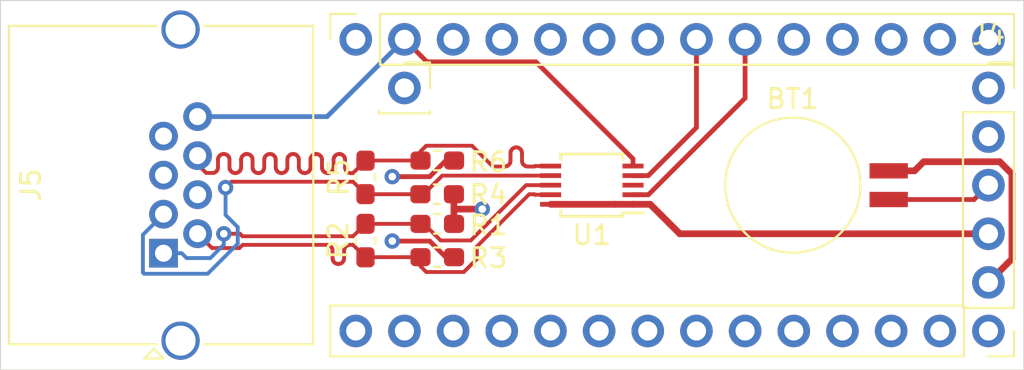
<source format=kicad_pcb>
(kicad_pcb (version 20171130) (host pcbnew "(5.1.5)-3")

  (general
    (thickness 1.6)
    (drawings 4)
    (tracks 363)
    (zones 0)
    (modules 13)
    (nets 11)
  )

  (page User 150.012 101.6)
  (title_block
    (title "7x LVDS Hub")
    (date 2019-12-25)
  )

  (layers
    (0 F.Cu signal)
    (1 In1.Cu signal)
    (2 In2.Cu signal)
    (31 B.Cu signal)
    (32 B.Adhes user)
    (33 F.Adhes user)
    (34 B.Paste user)
    (35 F.Paste user)
    (36 B.SilkS user)
    (37 F.SilkS user)
    (38 B.Mask user)
    (39 F.Mask user)
    (40 Dwgs.User user)
    (41 Cmts.User user)
    (42 Eco1.User user)
    (43 Eco2.User user)
    (44 Edge.Cuts user)
    (45 Margin user)
    (46 B.CrtYd user)
    (47 F.CrtYd user)
    (48 B.Fab user)
    (49 F.Fab user)
  )

  (setup
    (last_trace_width 0.25)
    (trace_clearance 0.2)
    (zone_clearance 0.508)
    (zone_45_only no)
    (trace_min 0.2)
    (via_size 0.8)
    (via_drill 0.4)
    (via_min_size 0.4)
    (via_min_drill 0.3)
    (uvia_size 0.3)
    (uvia_drill 0.1)
    (uvias_allowed no)
    (uvia_min_size 0.2)
    (uvia_min_drill 0.1)
    (edge_width 0.05)
    (segment_width 0.2)
    (pcb_text_width 0.3)
    (pcb_text_size 1.5 1.5)
    (mod_edge_width 0.12)
    (mod_text_size 1 1)
    (mod_text_width 0.15)
    (pad_size 1.7 1.7)
    (pad_drill 1)
    (pad_to_mask_clearance 0.051)
    (solder_mask_min_width 0.25)
    (aux_axis_origin 0 0)
    (visible_elements 7FFDFFFF)
    (pcbplotparams
      (layerselection 0x010fc_ffffffff)
      (usegerberextensions false)
      (usegerberattributes false)
      (usegerberadvancedattributes false)
      (creategerberjobfile false)
      (excludeedgelayer true)
      (linewidth 0.100000)
      (plotframeref false)
      (viasonmask false)
      (mode 1)
      (useauxorigin false)
      (hpglpennumber 1)
      (hpglpenspeed 20)
      (hpglpendiameter 15.000000)
      (psnegative false)
      (psa4output false)
      (plotreference true)
      (plotvalue true)
      (plotinvisibletext false)
      (padsonsilk false)
      (subtractmaskfromsilk false)
      (outputformat 1)
      (mirror false)
      (drillshape 1)
      (scaleselection 1)
      (outputdirectory ""))
  )

  (net 0 "")
  (net 1 GND)
  (net 2 +3V3)
  (net 3 SCL)
  (net 4 SDA)
  (net 5 "Net-(BT1-Pad1)")
  (net 6 DSDA-)
  (net 7 DSCL+)
  (net 8 DSDA+)
  (net 9 "Net-(BT1-Pad2)")
  (net 10 DSCL-)

  (net_class Default "This is the default net class."
    (clearance 0.2)
    (trace_width 0.25)
    (via_dia 0.8)
    (via_drill 0.4)
    (uvia_dia 0.3)
    (uvia_drill 0.1)
    (add_net DSCL+)
    (add_net DSCL-)
    (add_net DSDA+)
    (add_net DSDA-)
    (add_net GND)
    (add_net "Net-(BT1-Pad1)")
    (add_net "Net-(BT1-Pad2)")
    (add_net SCL)
    (add_net SDA)
  )

  (net_class +3V3 ""
    (clearance 0.2)
    (trace_width 0.35)
    (via_dia 0.8)
    (via_drill 0.4)
    (uvia_dia 0.3)
    (uvia_drill 0.1)
    (add_net +3V3)
  )

  (module Package_SO:TSSOP-10_3x3mm_P0.5mm (layer F.Cu) (tedit 5A02F25C) (tstamp 5E38E075)
    (at 111.1885 54.8005 180)
    (descr "TSSOP10: plastic thin shrink small outline package; 10 leads; body width 3 mm; (see NXP SSOP-TSSOP-VSO-REFLOW.pdf and sot552-1_po.pdf)")
    (tags "SSOP 0.5")
    (path /5E364846)
    (attr smd)
    (fp_text reference U1 (at 0 -2.6035) (layer F.SilkS)
      (effects (font (size 1 1) (thickness 0.15)))
    )
    (fp_text value PCA9615 (at 0 2.55) (layer F.Fab)
      (effects (font (size 1 1) (thickness 0.15)))
    )
    (fp_text user %R (at 0 0) (layer F.Fab)
      (effects (font (size 0.6 0.6) (thickness 0.15)))
    )
    (fp_line (start -1.625 -1.45) (end -2.7 -1.45) (layer F.SilkS) (width 0.15))
    (fp_line (start -1.625 1.625) (end 1.625 1.625) (layer F.SilkS) (width 0.15))
    (fp_line (start -1.625 -1.625) (end 1.625 -1.625) (layer F.SilkS) (width 0.15))
    (fp_line (start -1.625 1.625) (end -1.625 1.35) (layer F.SilkS) (width 0.15))
    (fp_line (start 1.625 1.625) (end 1.625 1.35) (layer F.SilkS) (width 0.15))
    (fp_line (start 1.625 -1.625) (end 1.625 -1.35) (layer F.SilkS) (width 0.15))
    (fp_line (start -1.625 -1.625) (end -1.625 -1.45) (layer F.SilkS) (width 0.15))
    (fp_line (start -2.95 1.8) (end 2.95 1.8) (layer F.CrtYd) (width 0.05))
    (fp_line (start -2.95 -1.8) (end 2.95 -1.8) (layer F.CrtYd) (width 0.05))
    (fp_line (start 2.95 -1.8) (end 2.95 1.8) (layer F.CrtYd) (width 0.05))
    (fp_line (start -2.95 -1.8) (end -2.95 1.8) (layer F.CrtYd) (width 0.05))
    (fp_line (start -1.5 -0.5) (end -0.5 -1.5) (layer F.Fab) (width 0.15))
    (fp_line (start -1.5 1.5) (end -1.5 -0.5) (layer F.Fab) (width 0.15))
    (fp_line (start 1.5 1.5) (end -1.5 1.5) (layer F.Fab) (width 0.15))
    (fp_line (start 1.5 -1.5) (end 1.5 1.5) (layer F.Fab) (width 0.15))
    (fp_line (start -0.5 -1.5) (end 1.5 -1.5) (layer F.Fab) (width 0.15))
    (pad 10 smd rect (at 2.15 -1 180) (size 1.1 0.25) (layers F.Cu F.Paste F.Mask)
      (net 2 +3V3))
    (pad 9 smd rect (at 2.15 -0.5 180) (size 1.1 0.25) (layers F.Cu F.Paste F.Mask)
      (net 6 DSDA-))
    (pad 8 smd rect (at 2.15 0 180) (size 1.1 0.25) (layers F.Cu F.Paste F.Mask)
      (net 8 DSDA+))
    (pad 7 smd rect (at 2.15 0.5 180) (size 1.1 0.25) (layers F.Cu F.Paste F.Mask)
      (net 7 DSCL+))
    (pad 6 smd rect (at 2.15 1 180) (size 1.1 0.25) (layers F.Cu F.Paste F.Mask)
      (net 10 DSCL-))
    (pad 5 smd rect (at -2.15 1 180) (size 1.1 0.25) (layers F.Cu F.Paste F.Mask)
      (net 1 GND))
    (pad 4 smd rect (at -2.15 0.5 180) (size 1.1 0.25) (layers F.Cu F.Paste F.Mask)
      (net 3 SCL))
    (pad 3 smd rect (at -2.15 0 180) (size 1.1 0.25) (layers F.Cu F.Paste F.Mask))
    (pad 2 smd rect (at -2.15 -0.5 180) (size 1.1 0.25) (layers F.Cu F.Paste F.Mask)
      (net 4 SDA))
    (pad 1 smd rect (at -2.15 -1 180) (size 1.1 0.25) (layers F.Cu F.Paste F.Mask)
      (net 2 +3V3))
    (model ${KISYS3DMOD}/Package_SO.3dshapes/TSSOP-10_3x3mm_P0.5mm.wrl
      (at (xyz 0 0 0))
      (scale (xyz 1 1 1))
      (rotate (xyz 0 0 0))
    )
  )

  (module Resistor_SMD:R_0603_1608Metric_Pad1.05x0.95mm_HandSolder (layer F.Cu) (tedit 5B301BBD) (tstamp 5E38CA8C)
    (at 103.124 53.5135)
    (descr "Resistor SMD 0603 (1608 Metric), square (rectangular) end terminal, IPC_7351 nominal with elongated pad for handsoldering. (Body size source: http://www.tortai-tech.com/upload/download/2011102023233369053.pdf), generated with kicad-footprint-generator")
    (tags "resistor handsolder")
    (path /5E3D2FAE)
    (attr smd)
    (fp_text reference R6 (at 2.667 0.0805) (layer F.SilkS)
      (effects (font (size 1 1) (thickness 0.15)))
    )
    (fp_text value 600 (at 0 1.43) (layer F.Fab)
      (effects (font (size 1 1) (thickness 0.15)))
    )
    (fp_text user %R (at 0 0) (layer F.Fab)
      (effects (font (size 0.4 0.4) (thickness 0.06)))
    )
    (fp_line (start 1.65 0.73) (end -1.65 0.73) (layer F.CrtYd) (width 0.05))
    (fp_line (start 1.65 -0.73) (end 1.65 0.73) (layer F.CrtYd) (width 0.05))
    (fp_line (start -1.65 -0.73) (end 1.65 -0.73) (layer F.CrtYd) (width 0.05))
    (fp_line (start -1.65 0.73) (end -1.65 -0.73) (layer F.CrtYd) (width 0.05))
    (fp_line (start -0.171267 0.51) (end 0.171267 0.51) (layer F.SilkS) (width 0.12))
    (fp_line (start -0.171267 -0.51) (end 0.171267 -0.51) (layer F.SilkS) (width 0.12))
    (fp_line (start 0.8 0.4) (end -0.8 0.4) (layer F.Fab) (width 0.1))
    (fp_line (start 0.8 -0.4) (end 0.8 0.4) (layer F.Fab) (width 0.1))
    (fp_line (start -0.8 -0.4) (end 0.8 -0.4) (layer F.Fab) (width 0.1))
    (fp_line (start -0.8 0.4) (end -0.8 -0.4) (layer F.Fab) (width 0.1))
    (pad 2 smd roundrect (at 0.875 0) (size 1.05 0.95) (layers F.Cu F.Paste F.Mask) (roundrect_rratio 0.25)
      (net 1 GND))
    (pad 1 smd roundrect (at -0.875 0) (size 1.05 0.95) (layers F.Cu F.Paste F.Mask) (roundrect_rratio 0.25)
      (net 10 DSCL-))
    (model ${KISYS3DMOD}/Resistor_SMD.3dshapes/R_0603_1608Metric.wrl
      (at (xyz 0 0 0))
      (scale (xyz 1 1 1))
      (rotate (xyz 0 0 0))
    )
  )

  (module Resistor_SMD:R_0603_1608Metric_Pad1.05x0.95mm_HandSolder (layer F.Cu) (tedit 5B301BBD) (tstamp 5E38C855)
    (at 103.124 58.5635)
    (descr "Resistor SMD 0603 (1608 Metric), square (rectangular) end terminal, IPC_7351 nominal with elongated pad for handsoldering. (Body size source: http://www.tortai-tech.com/upload/download/2011102023233369053.pdf), generated with kicad-footprint-generator")
    (tags "resistor handsolder")
    (path /5E3CAC6C)
    (attr smd)
    (fp_text reference R3 (at 2.667 0.047) (layer F.SilkS)
      (effects (font (size 1 1) (thickness 0.15)))
    )
    (fp_text value 600 (at 0 1.43) (layer F.Fab)
      (effects (font (size 1 1) (thickness 0.15)))
    )
    (fp_text user %R (at 0 0) (layer F.Fab)
      (effects (font (size 0.4 0.4) (thickness 0.06)))
    )
    (fp_line (start 1.65 0.73) (end -1.65 0.73) (layer F.CrtYd) (width 0.05))
    (fp_line (start 1.65 -0.73) (end 1.65 0.73) (layer F.CrtYd) (width 0.05))
    (fp_line (start -1.65 -0.73) (end 1.65 -0.73) (layer F.CrtYd) (width 0.05))
    (fp_line (start -1.65 0.73) (end -1.65 -0.73) (layer F.CrtYd) (width 0.05))
    (fp_line (start -0.171267 0.51) (end 0.171267 0.51) (layer F.SilkS) (width 0.12))
    (fp_line (start -0.171267 -0.51) (end 0.171267 -0.51) (layer F.SilkS) (width 0.12))
    (fp_line (start 0.8 0.4) (end -0.8 0.4) (layer F.Fab) (width 0.1))
    (fp_line (start 0.8 -0.4) (end 0.8 0.4) (layer F.Fab) (width 0.1))
    (fp_line (start -0.8 -0.4) (end 0.8 -0.4) (layer F.Fab) (width 0.1))
    (fp_line (start -0.8 0.4) (end -0.8 -0.4) (layer F.Fab) (width 0.1))
    (pad 2 smd roundrect (at 0.875 0) (size 1.05 0.95) (layers F.Cu F.Paste F.Mask) (roundrect_rratio 0.25)
      (net 1 GND))
    (pad 1 smd roundrect (at -0.875 0) (size 1.05 0.95) (layers F.Cu F.Paste F.Mask) (roundrect_rratio 0.25)
      (net 6 DSDA-))
    (model ${KISYS3DMOD}/Resistor_SMD.3dshapes/R_0603_1608Metric.wrl
      (at (xyz 0 0 0))
      (scale (xyz 1 1 1))
      (rotate (xyz 0 0 0))
    )
  )

  (module Battery:BatteryHolder_Seiko_MS621F (layer F.Cu) (tedit 5C4486EC) (tstamp 5E37D253)
    (at 126.6825 54.8005)
    (descr "Seiko MS621F, https://www.sii.co.jp/en/me/files/2014/02/file_EXTENDED_PRDCT_SPEC_75_FILE_11.jpg")
    (tags "Seiko MS621F")
    (path /5E43179A)
    (attr smd)
    (fp_text reference BT1 (at -5.0165 -4.5085) (layer F.SilkS)
      (effects (font (size 1 1) (thickness 0.15)))
    )
    (fp_text value CMOS (at -4.6 4.5) (layer F.Fab)
      (effects (font (size 1 1) (thickness 0.15)))
    )
    (fp_circle (center -5 0) (end -1.47 0) (layer F.SilkS) (width 0.12))
    (fp_circle (center -5 0) (end -1.6 0) (layer F.Fab) (width 0.1))
    (fp_line (start 0.9 -1) (end 0.9 -0.5) (layer F.Fab) (width 0.1))
    (fp_line (start 0.9 0.5) (end 0.9 1) (layer F.Fab) (width 0.1))
    (fp_arc (start -5 0) (end -1.59 1.4) (angle 315.3) (layer F.CrtYd) (width 0.05))
    (fp_line (start -1.59 -1.4) (end 1.25 -1.4) (layer F.CrtYd) (width 0.05))
    (fp_line (start 1.25 -1.4) (end 1.25 1.4) (layer F.CrtYd) (width 0.05))
    (fp_line (start 1.25 1.4) (end -1.59 1.4) (layer F.CrtYd) (width 0.05))
    (fp_text user %R (at 0 0) (layer F.Fab)
      (effects (font (size 0.75 0.75) (thickness 0.15)))
    )
    (pad 2 smd rect (at 0 0.75) (size 2 0.8) (layers F.Cu F.Paste F.Mask)
      (net 9 "Net-(BT1-Pad2)"))
    (pad 1 smd rect (at 0 -0.75) (size 2 0.8) (layers F.Cu F.Paste F.Mask)
      (net 5 "Net-(BT1-Pad1)"))
    (model ${KISYS3DMOD}/Battery.3dshapes/BatteryHolder_Seiko_MS621F.wrl
      (at (xyz 0 0 0))
      (scale (xyz 1 1 1))
      (rotate (xyz 0 0 0))
    )
  )

  (module Connector_PinSocket_2.54mm:PinSocket_1x05_P2.54mm_Vertical (layer F.Cu) (tedit 5E3796F8) (tstamp 5E37A382)
    (at 131.8895 49.7205)
    (descr "Through hole straight socket strip, 1x05, 2.54mm pitch, single row (from Kicad 4.0.7), script generated")
    (tags "Through hole socket strip THT 1x05 2.54mm single row")
    (path /5E4257F5)
    (fp_text reference J4 (at 0 -2.77) (layer F.SilkS)
      (effects (font (size 1 1) (thickness 0.15)))
    )
    (fp_text value Conn_01x05 (at 0 12.93) (layer F.Fab)
      (effects (font (size 1 1) (thickness 0.15)))
    )
    (fp_text user %R (at 0 5.08 90) (layer F.Fab)
      (effects (font (size 1 1) (thickness 0.15)))
    )
    (fp_line (start -1.8 11.9) (end -1.8 -1.8) (layer F.CrtYd) (width 0.05))
    (fp_line (start 1.75 11.9) (end -1.8 11.9) (layer F.CrtYd) (width 0.05))
    (fp_line (start 1.75 -1.8) (end 1.75 11.9) (layer F.CrtYd) (width 0.05))
    (fp_line (start -1.8 -1.8) (end 1.75 -1.8) (layer F.CrtYd) (width 0.05))
    (fp_line (start 0 -1.33) (end 1.33 -1.33) (layer F.SilkS) (width 0.12))
    (fp_line (start 1.33 -1.33) (end 1.33 0) (layer F.SilkS) (width 0.12))
    (fp_line (start 1.33 1.27) (end 1.33 11.49) (layer F.SilkS) (width 0.12))
    (fp_line (start -1.33 11.49) (end 1.33 11.49) (layer F.SilkS) (width 0.12))
    (fp_line (start -1.33 1.27) (end -1.33 11.49) (layer F.SilkS) (width 0.12))
    (fp_line (start -1.33 1.27) (end 1.33 1.27) (layer F.SilkS) (width 0.12))
    (fp_line (start -1.27 11.43) (end -1.27 -1.27) (layer F.Fab) (width 0.1))
    (fp_line (start 1.27 11.43) (end -1.27 11.43) (layer F.Fab) (width 0.1))
    (fp_line (start 1.27 -0.635) (end 1.27 11.43) (layer F.Fab) (width 0.1))
    (fp_line (start 0.635 -1.27) (end 1.27 -0.635) (layer F.Fab) (width 0.1))
    (fp_line (start -1.27 -1.27) (end 0.635 -1.27) (layer F.Fab) (width 0.1))
    (pad 5 thru_hole oval (at 0 10.16) (size 1.7 1.7) (drill 1) (layers *.Cu *.Mask)
      (net 5 "Net-(BT1-Pad1)"))
    (pad 4 thru_hole oval (at 0 7.62) (size 1.7 1.7) (drill 1) (layers *.Cu *.Mask)
      (net 2 +3V3))
    (pad 3 thru_hole oval (at 0 5.08) (size 1.7 1.7) (drill 1) (layers *.Cu *.Mask)
      (net 9 "Net-(BT1-Pad2)"))
    (pad 2 thru_hole oval (at 0 2.54) (size 1.7 1.7) (drill 1) (layers *.Cu *.Mask))
    (pad 1 thru_hole circle (at 0 0) (size 1.7 1.7) (drill 1) (layers *.Cu *.Mask))
    (model ${KISYS3DMOD}/Connector_PinSocket_2.54mm.3dshapes/PinSocket_1x05_P2.54mm_Vertical.wrl
      (at (xyz 0 0 0))
      (scale (xyz 1 1 1))
      (rotate (xyz 0 0 0))
    )
  )

  (module Connector_PinSocket_2.54mm:PinSocket_1x14_P2.54mm_Vertical (layer F.Cu) (tedit 5E3796F2) (tstamp 5E37B080)
    (at 131.8895 62.4205 270)
    (descr "Through hole straight socket strip, 1x14, 2.54mm pitch, single row (from Kicad 4.0.7), script generated")
    (tags "Through hole socket strip THT 1x14 2.54mm single row")
    (path /5E41B892)
    (fp_text reference J3 (at -2.667 3.175 90) (layer F.SilkS) hide
      (effects (font (size 1 1) (thickness 0.15)))
    )
    (fp_text value Conn_01x14 (at 0 35.79 90) (layer F.Fab)
      (effects (font (size 1 1) (thickness 0.15)))
    )
    (fp_text user %R (at 0 16.51) (layer F.Fab)
      (effects (font (size 1 1) (thickness 0.15)))
    )
    (fp_line (start -1.8 34.8) (end -1.8 -1.8) (layer F.CrtYd) (width 0.05))
    (fp_line (start 1.75 34.8) (end -1.8 34.8) (layer F.CrtYd) (width 0.05))
    (fp_line (start 1.75 -1.8) (end 1.75 34.8) (layer F.CrtYd) (width 0.05))
    (fp_line (start -1.8 -1.8) (end 1.75 -1.8) (layer F.CrtYd) (width 0.05))
    (fp_line (start 0 -1.33) (end 1.33 -1.33) (layer F.SilkS) (width 0.12))
    (fp_line (start 1.33 -1.33) (end 1.33 0) (layer F.SilkS) (width 0.12))
    (fp_line (start 1.33 1.27) (end 1.33 34.35) (layer F.SilkS) (width 0.12))
    (fp_line (start -1.33 34.35) (end 1.33 34.35) (layer F.SilkS) (width 0.12))
    (fp_line (start -1.33 1.27) (end -1.33 34.35) (layer F.SilkS) (width 0.12))
    (fp_line (start -1.33 1.27) (end 1.33 1.27) (layer F.SilkS) (width 0.12))
    (fp_line (start -1.27 34.29) (end -1.27 -1.27) (layer F.Fab) (width 0.1))
    (fp_line (start 1.27 34.29) (end -1.27 34.29) (layer F.Fab) (width 0.1))
    (fp_line (start 1.27 -0.635) (end 1.27 34.29) (layer F.Fab) (width 0.1))
    (fp_line (start 0.635 -1.27) (end 1.27 -0.635) (layer F.Fab) (width 0.1))
    (fp_line (start -1.27 -1.27) (end 0.635 -1.27) (layer F.Fab) (width 0.1))
    (pad 14 thru_hole oval (at 0 33.02 270) (size 1.7 1.7) (drill 1) (layers *.Cu *.Mask)
      (net 1 GND))
    (pad 13 thru_hole oval (at 0 30.48 270) (size 1.7 1.7) (drill 1) (layers *.Cu *.Mask))
    (pad 12 thru_hole oval (at 0 27.94 270) (size 1.7 1.7) (drill 1) (layers *.Cu *.Mask))
    (pad 11 thru_hole oval (at 0 25.4 270) (size 1.7 1.7) (drill 1) (layers *.Cu *.Mask))
    (pad 10 thru_hole oval (at 0 22.86 270) (size 1.7 1.7) (drill 1) (layers *.Cu *.Mask))
    (pad 9 thru_hole oval (at 0 20.32 270) (size 1.7 1.7) (drill 1) (layers *.Cu *.Mask))
    (pad 8 thru_hole oval (at 0 17.78 270) (size 1.7 1.7) (drill 1) (layers *.Cu *.Mask))
    (pad 7 thru_hole oval (at 0 15.24 270) (size 1.7 1.7) (drill 1) (layers *.Cu *.Mask))
    (pad 6 thru_hole oval (at 0 12.7 270) (size 1.7 1.7) (drill 1) (layers *.Cu *.Mask))
    (pad 5 thru_hole oval (at 0 10.16 270) (size 1.7 1.7) (drill 1) (layers *.Cu *.Mask))
    (pad 4 thru_hole oval (at 0 7.62 270) (size 1.7 1.7) (drill 1) (layers *.Cu *.Mask))
    (pad 3 thru_hole oval (at 0 5.08 270) (size 1.7 1.7) (drill 1) (layers *.Cu *.Mask))
    (pad 2 thru_hole oval (at 0 2.54 270) (size 1.7 1.7) (drill 1) (layers *.Cu *.Mask))
    (pad 1 thru_hole circle (at 0 0 270) (size 1.7 1.7) (drill 1) (layers *.Cu *.Mask))
    (model ${KISYS3DMOD}/Connector_PinSocket_2.54mm.3dshapes/PinSocket_1x14_P2.54mm_Vertical.wrl
      (at (xyz 0 0 0))
      (scale (xyz 1 1 1))
      (rotate (xyz 0 0 0))
    )
  )

  (module Connector_PinSocket_2.54mm:PinSocket_1x14_P2.54mm_Vertical (layer F.Cu) (tedit 5E3796EB) (tstamp 5E39061E)
    (at 98.8695 47.1805 90)
    (descr "Through hole straight socket strip, 1x14, 2.54mm pitch, single row (from Kicad 4.0.7), script generated")
    (tags "Through hole socket strip THT 1x14 2.54mm single row")
    (path /5E419EBF)
    (fp_text reference J2 (at -0.4445 -2.9845 90) (layer F.SilkS) hide
      (effects (font (size 1 1) (thickness 0.15)))
    )
    (fp_text value Conn_01x14 (at 0 35.79 90) (layer F.Fab)
      (effects (font (size 1 1) (thickness 0.15)))
    )
    (fp_text user %R (at 0 16.51) (layer F.Fab)
      (effects (font (size 1 1) (thickness 0.15)))
    )
    (fp_line (start -1.8 34.8) (end -1.8 -1.8) (layer F.CrtYd) (width 0.05))
    (fp_line (start 1.75 34.8) (end -1.8 34.8) (layer F.CrtYd) (width 0.05))
    (fp_line (start 1.75 -1.8) (end 1.75 34.8) (layer F.CrtYd) (width 0.05))
    (fp_line (start -1.8 -1.8) (end 1.75 -1.8) (layer F.CrtYd) (width 0.05))
    (fp_line (start 0 -1.33) (end 1.33 -1.33) (layer F.SilkS) (width 0.12))
    (fp_line (start 1.33 -1.33) (end 1.33 0) (layer F.SilkS) (width 0.12))
    (fp_line (start 1.33 1.27) (end 1.33 34.35) (layer F.SilkS) (width 0.12))
    (fp_line (start -1.33 34.35) (end 1.33 34.35) (layer F.SilkS) (width 0.12))
    (fp_line (start -1.33 1.27) (end -1.33 34.35) (layer F.SilkS) (width 0.12))
    (fp_line (start -1.33 1.27) (end 1.33 1.27) (layer F.SilkS) (width 0.12))
    (fp_line (start -1.27 34.29) (end -1.27 -1.27) (layer F.Fab) (width 0.1))
    (fp_line (start 1.27 34.29) (end -1.27 34.29) (layer F.Fab) (width 0.1))
    (fp_line (start 1.27 -0.635) (end 1.27 34.29) (layer F.Fab) (width 0.1))
    (fp_line (start 0.635 -1.27) (end 1.27 -0.635) (layer F.Fab) (width 0.1))
    (fp_line (start -1.27 -1.27) (end 0.635 -1.27) (layer F.Fab) (width 0.1))
    (pad 14 thru_hole oval (at 0 33.02 90) (size 1.7 1.7) (drill 1) (layers *.Cu *.Mask))
    (pad 13 thru_hole oval (at 0 30.48 90) (size 1.7 1.7) (drill 1) (layers *.Cu *.Mask))
    (pad 12 thru_hole oval (at 0 27.94 90) (size 1.7 1.7) (drill 1) (layers *.Cu *.Mask))
    (pad 11 thru_hole oval (at 0 25.4 90) (size 1.7 1.7) (drill 1) (layers *.Cu *.Mask))
    (pad 10 thru_hole oval (at 0 22.86 90) (size 1.7 1.7) (drill 1) (layers *.Cu *.Mask))
    (pad 9 thru_hole oval (at 0 20.32 90) (size 1.7 1.7) (drill 1) (layers *.Cu *.Mask)
      (net 4 SDA))
    (pad 8 thru_hole oval (at 0 17.78 90) (size 1.7 1.7) (drill 1) (layers *.Cu *.Mask)
      (net 3 SCL))
    (pad 7 thru_hole oval (at 0 15.24 90) (size 1.7 1.7) (drill 1) (layers *.Cu *.Mask))
    (pad 6 thru_hole oval (at 0 12.7 90) (size 1.7 1.7) (drill 1) (layers *.Cu *.Mask))
    (pad 5 thru_hole oval (at 0 10.16 90) (size 1.7 1.7) (drill 1) (layers *.Cu *.Mask))
    (pad 4 thru_hole oval (at 0 7.62 90) (size 1.7 1.7) (drill 1) (layers *.Cu *.Mask))
    (pad 3 thru_hole oval (at 0 5.08 90) (size 1.7 1.7) (drill 1) (layers *.Cu *.Mask)
      (net 2 +3V3))
    (pad 2 thru_hole oval (at 0 2.54 90) (size 1.7 1.7) (drill 1) (layers *.Cu *.Mask)
      (net 1 GND))
    (pad 1 thru_hole circle (at 0 0 90) (size 1.7 1.7) (drill 1) (layers *.Cu *.Mask))
    (model ${KISYS3DMOD}/Connector_PinSocket_2.54mm.3dshapes/PinSocket_1x14_P2.54mm_Vertical.wrl
      (at (xyz 0 0 0))
      (scale (xyz 1 1 1))
      (rotate (xyz 0 0 0))
    )
  )

  (module Connector_PinSocket_2.54mm:PinSocket_1x01_P2.54mm_Vertical (layer F.Cu) (tedit 5E379743) (tstamp 5E37A325)
    (at 101.4095 49.7205)
    (descr "Through hole straight socket strip, 1x01, 2.54mm pitch, single row (from Kicad 4.0.7), script generated")
    (tags "Through hole socket strip THT 1x01 2.54mm single row")
    (path /5E44D9CE)
    (fp_text reference J1 (at 0 -2.77) (layer F.SilkS) hide
      (effects (font (size 1 1) (thickness 0.15)))
    )
    (fp_text value Conn_01x01 (at 0 2.77) (layer F.Fab)
      (effects (font (size 1 1) (thickness 0.15)))
    )
    (fp_text user %R (at 0 0) (layer F.Fab)
      (effects (font (size 1 1) (thickness 0.15)))
    )
    (fp_line (start -1.8 1.75) (end -1.8 -1.8) (layer F.CrtYd) (width 0.05))
    (fp_line (start 1.75 1.75) (end -1.8 1.75) (layer F.CrtYd) (width 0.05))
    (fp_line (start 1.75 -1.8) (end 1.75 1.75) (layer F.CrtYd) (width 0.05))
    (fp_line (start -1.8 -1.8) (end 1.75 -1.8) (layer F.CrtYd) (width 0.05))
    (fp_line (start 0 -1.33) (end 1.33 -1.33) (layer F.SilkS) (width 0.12))
    (fp_line (start 1.33 -1.33) (end 1.33 0) (layer F.SilkS) (width 0.12))
    (fp_line (start 1.33 1.21) (end 1.33 1.33) (layer F.SilkS) (width 0.12))
    (fp_line (start -1.33 1.21) (end -1.33 1.33) (layer F.SilkS) (width 0.12))
    (fp_line (start -1.33 1.33) (end 1.33 1.33) (layer F.SilkS) (width 0.12))
    (fp_line (start -1.27 1.27) (end -1.27 -1.27) (layer F.Fab) (width 0.1))
    (fp_line (start 1.27 1.27) (end -1.27 1.27) (layer F.Fab) (width 0.1))
    (fp_line (start 1.27 -0.635) (end 1.27 1.27) (layer F.Fab) (width 0.1))
    (fp_line (start 0.635 -1.27) (end 1.27 -0.635) (layer F.Fab) (width 0.1))
    (fp_line (start -1.27 -1.27) (end 0.635 -1.27) (layer F.Fab) (width 0.1))
    (pad 1 thru_hole circle (at 0 0) (size 1.7 1.7) (drill 1) (layers *.Cu *.Mask))
    (model ${KISYS3DMOD}/Connector_PinSocket_2.54mm.3dshapes/PinSocket_1x01_P2.54mm_Vertical.wrl
      (at (xyz 0 0 0))
      (scale (xyz 1 1 1))
      (rotate (xyz 0 0 0))
    )
  )

  (module Resistor_SMD:R_0603_1608Metric_Pad1.05x0.95mm_HandSolder (layer F.Cu) (tedit 5B301BBD) (tstamp 5E38FE8D)
    (at 99.3775 54.3941 270)
    (descr "Resistor SMD 0603 (1608 Metric), square (rectangular) end terminal, IPC_7351 nominal with elongated pad for handsoldering. (Body size source: http://www.tortai-tech.com/upload/download/2011102023233369053.pdf), generated with kicad-footprint-generator")
    (tags "resistor handsolder")
    (path /5E3D2FA8)
    (attr smd)
    (fp_text reference R5 (at 0 1.397 90) (layer F.SilkS)
      (effects (font (size 1 1) (thickness 0.15)))
    )
    (fp_text value 120 (at 0 1.43 90) (layer F.Fab)
      (effects (font (size 1 1) (thickness 0.15)))
    )
    (fp_text user %R (at 0 0 90) (layer F.Fab)
      (effects (font (size 0.4 0.4) (thickness 0.06)))
    )
    (fp_line (start 1.65 0.73) (end -1.65 0.73) (layer F.CrtYd) (width 0.05))
    (fp_line (start 1.65 -0.73) (end 1.65 0.73) (layer F.CrtYd) (width 0.05))
    (fp_line (start -1.65 -0.73) (end 1.65 -0.73) (layer F.CrtYd) (width 0.05))
    (fp_line (start -1.65 0.73) (end -1.65 -0.73) (layer F.CrtYd) (width 0.05))
    (fp_line (start -0.171267 0.51) (end 0.171267 0.51) (layer F.SilkS) (width 0.12))
    (fp_line (start -0.171267 -0.51) (end 0.171267 -0.51) (layer F.SilkS) (width 0.12))
    (fp_line (start 0.8 0.4) (end -0.8 0.4) (layer F.Fab) (width 0.1))
    (fp_line (start 0.8 -0.4) (end 0.8 0.4) (layer F.Fab) (width 0.1))
    (fp_line (start -0.8 -0.4) (end 0.8 -0.4) (layer F.Fab) (width 0.1))
    (fp_line (start -0.8 0.4) (end -0.8 -0.4) (layer F.Fab) (width 0.1))
    (pad 2 smd roundrect (at 0.875 0 270) (size 1.05 0.95) (layers F.Cu F.Paste F.Mask) (roundrect_rratio 0.25)
      (net 7 DSCL+))
    (pad 1 smd roundrect (at -0.875 0 270) (size 1.05 0.95) (layers F.Cu F.Paste F.Mask) (roundrect_rratio 0.25)
      (net 10 DSCL-))
    (model ${KISYS3DMOD}/Resistor_SMD.3dshapes/R_0603_1608Metric.wrl
      (at (xyz 0 0 0))
      (scale (xyz 1 1 1))
      (rotate (xyz 0 0 0))
    )
  )

  (module Resistor_SMD:R_0603_1608Metric_Pad1.05x0.95mm_HandSolder (layer F.Cu) (tedit 5B301BBD) (tstamp 5E38CB4F)
    (at 103.1175 55.2735 180)
    (descr "Resistor SMD 0603 (1608 Metric), square (rectangular) end terminal, IPC_7351 nominal with elongated pad for handsoldering. (Body size source: http://www.tortai-tech.com/upload/download/2011102023233369053.pdf), generated with kicad-footprint-generator")
    (tags "resistor handsolder")
    (path /5E3D2FA2)
    (attr smd)
    (fp_text reference R4 (at -2.6735 -0.035) (layer F.SilkS)
      (effects (font (size 1 1) (thickness 0.15)))
    )
    (fp_text value 600 (at 0 1.43) (layer F.Fab)
      (effects (font (size 1 1) (thickness 0.15)))
    )
    (fp_text user %R (at 0 0) (layer F.Fab)
      (effects (font (size 0.4 0.4) (thickness 0.06)))
    )
    (fp_line (start 1.65 0.73) (end -1.65 0.73) (layer F.CrtYd) (width 0.05))
    (fp_line (start 1.65 -0.73) (end 1.65 0.73) (layer F.CrtYd) (width 0.05))
    (fp_line (start -1.65 -0.73) (end 1.65 -0.73) (layer F.CrtYd) (width 0.05))
    (fp_line (start -1.65 0.73) (end -1.65 -0.73) (layer F.CrtYd) (width 0.05))
    (fp_line (start -0.171267 0.51) (end 0.171267 0.51) (layer F.SilkS) (width 0.12))
    (fp_line (start -0.171267 -0.51) (end 0.171267 -0.51) (layer F.SilkS) (width 0.12))
    (fp_line (start 0.8 0.4) (end -0.8 0.4) (layer F.Fab) (width 0.1))
    (fp_line (start 0.8 -0.4) (end 0.8 0.4) (layer F.Fab) (width 0.1))
    (fp_line (start -0.8 -0.4) (end 0.8 -0.4) (layer F.Fab) (width 0.1))
    (fp_line (start -0.8 0.4) (end -0.8 -0.4) (layer F.Fab) (width 0.1))
    (pad 2 smd roundrect (at 0.875 0 180) (size 1.05 0.95) (layers F.Cu F.Paste F.Mask) (roundrect_rratio 0.25)
      (net 7 DSCL+))
    (pad 1 smd roundrect (at -0.875 0 180) (size 1.05 0.95) (layers F.Cu F.Paste F.Mask) (roundrect_rratio 0.25)
      (net 2 +3V3))
    (model ${KISYS3DMOD}/Resistor_SMD.3dshapes/R_0603_1608Metric.wrl
      (at (xyz 0 0 0))
      (scale (xyz 1 1 1))
      (rotate (xyz 0 0 0))
    )
  )

  (module Resistor_SMD:R_0603_1608Metric_Pad1.05x0.95mm_HandSolder (layer F.Cu) (tedit 5B301BBD) (tstamp 5E38BD96)
    (at 99.3775 57.6961 90)
    (descr "Resistor SMD 0603 (1608 Metric), square (rectangular) end terminal, IPC_7351 nominal with elongated pad for handsoldering. (Body size source: http://www.tortai-tech.com/upload/download/2011102023233369053.pdf), generated with kicad-footprint-generator")
    (tags "resistor handsolder")
    (path /5E3CA956)
    (attr smd)
    (fp_text reference R2 (at 0 -1.43 90) (layer F.SilkS)
      (effects (font (size 1 1) (thickness 0.15)))
    )
    (fp_text value 120 (at 0 1.43 90) (layer F.Fab)
      (effects (font (size 1 1) (thickness 0.15)))
    )
    (fp_text user %R (at 0 0 90) (layer F.Fab)
      (effects (font (size 0.4 0.4) (thickness 0.06)))
    )
    (fp_line (start 1.65 0.73) (end -1.65 0.73) (layer F.CrtYd) (width 0.05))
    (fp_line (start 1.65 -0.73) (end 1.65 0.73) (layer F.CrtYd) (width 0.05))
    (fp_line (start -1.65 -0.73) (end 1.65 -0.73) (layer F.CrtYd) (width 0.05))
    (fp_line (start -1.65 0.73) (end -1.65 -0.73) (layer F.CrtYd) (width 0.05))
    (fp_line (start -0.171267 0.51) (end 0.171267 0.51) (layer F.SilkS) (width 0.12))
    (fp_line (start -0.171267 -0.51) (end 0.171267 -0.51) (layer F.SilkS) (width 0.12))
    (fp_line (start 0.8 0.4) (end -0.8 0.4) (layer F.Fab) (width 0.1))
    (fp_line (start 0.8 -0.4) (end 0.8 0.4) (layer F.Fab) (width 0.1))
    (fp_line (start -0.8 -0.4) (end 0.8 -0.4) (layer F.Fab) (width 0.1))
    (fp_line (start -0.8 0.4) (end -0.8 -0.4) (layer F.Fab) (width 0.1))
    (pad 2 smd roundrect (at 0.875 0 90) (size 1.05 0.95) (layers F.Cu F.Paste F.Mask) (roundrect_rratio 0.25)
      (net 8 DSDA+))
    (pad 1 smd roundrect (at -0.875 0 90) (size 1.05 0.95) (layers F.Cu F.Paste F.Mask) (roundrect_rratio 0.25)
      (net 6 DSDA-))
    (model ${KISYS3DMOD}/Resistor_SMD.3dshapes/R_0603_1608Metric.wrl
      (at (xyz 0 0 0))
      (scale (xyz 1 1 1))
      (rotate (xyz 0 0 0))
    )
  )

  (module Resistor_SMD:R_0603_1608Metric_Pad1.05x0.95mm_HandSolder (layer F.Cu) (tedit 5B301BBD) (tstamp 5E38FF53)
    (at 103.1225 56.8235 180)
    (descr "Resistor SMD 0603 (1608 Metric), square (rectangular) end terminal, IPC_7351 nominal with elongated pad for handsoldering. (Body size source: http://www.tortai-tech.com/upload/download/2011102023233369053.pdf), generated with kicad-footprint-generator")
    (tags "resistor handsolder")
    (path /5E3CA07C)
    (attr smd)
    (fp_text reference R1 (at -2.6685 -0.0725) (layer F.SilkS)
      (effects (font (size 1 1) (thickness 0.15)))
    )
    (fp_text value 600 (at 0 1.43) (layer F.Fab)
      (effects (font (size 1 1) (thickness 0.15)))
    )
    (fp_text user %R (at 0 0) (layer F.Fab)
      (effects (font (size 0.4 0.4) (thickness 0.06)))
    )
    (fp_line (start 1.65 0.73) (end -1.65 0.73) (layer F.CrtYd) (width 0.05))
    (fp_line (start 1.65 -0.73) (end 1.65 0.73) (layer F.CrtYd) (width 0.05))
    (fp_line (start -1.65 -0.73) (end 1.65 -0.73) (layer F.CrtYd) (width 0.05))
    (fp_line (start -1.65 0.73) (end -1.65 -0.73) (layer F.CrtYd) (width 0.05))
    (fp_line (start -0.171267 0.51) (end 0.171267 0.51) (layer F.SilkS) (width 0.12))
    (fp_line (start -0.171267 -0.51) (end 0.171267 -0.51) (layer F.SilkS) (width 0.12))
    (fp_line (start 0.8 0.4) (end -0.8 0.4) (layer F.Fab) (width 0.1))
    (fp_line (start 0.8 -0.4) (end 0.8 0.4) (layer F.Fab) (width 0.1))
    (fp_line (start -0.8 -0.4) (end 0.8 -0.4) (layer F.Fab) (width 0.1))
    (fp_line (start -0.8 0.4) (end -0.8 -0.4) (layer F.Fab) (width 0.1))
    (pad 2 smd roundrect (at 0.875 0 180) (size 1.05 0.95) (layers F.Cu F.Paste F.Mask) (roundrect_rratio 0.25)
      (net 8 DSDA+))
    (pad 1 smd roundrect (at -0.875 0 180) (size 1.05 0.95) (layers F.Cu F.Paste F.Mask) (roundrect_rratio 0.25)
      (net 2 +3V3))
    (model ${KISYS3DMOD}/Resistor_SMD.3dshapes/R_0603_1608Metric.wrl
      (at (xyz 0 0 0))
      (scale (xyz 1 1 1))
      (rotate (xyz 0 0 0))
    )
  )

  (module Connector_RJ:RJ45_Amphenol_RJHSE5380 (layer F.Cu) (tedit 5AD365F7) (tstamp 5E38FBD8)
    (at 88.8365 58.3565 90)
    (descr "Shielded, https://www.amphenolcanada.com/ProductSearch/drawings/AC/RJHSE538X.pdf")
    (tags "RJ45 8p8c ethernet cat5")
    (path /5E36550A)
    (fp_text reference J5 (at 3.56 -6.9215 90) (layer F.SilkS)
      (effects (font (size 1 1) (thickness 0.15)))
    )
    (fp_text value 8P8C_Shielded (at 3.56 9.5 90) (layer F.Fab)
      (effects (font (size 1 1) (thickness 0.15)))
    )
    (fp_line (start -5.5 -1) (end -5 -0.5) (layer F.SilkS) (width 0.12))
    (fp_line (start -5.5 0) (end -5.5 -1) (layer F.SilkS) (width 0.12))
    (fp_line (start -5 -0.5) (end -5.5 0) (layer F.SilkS) (width 0.12))
    (fp_text user %R (at 3.56 -6 90) (layer F.Fab)
      (effects (font (size 1 1) (thickness 0.15)))
    )
    (fp_line (start 13.19 -8.5) (end 13.19 8.25) (layer F.CrtYd) (width 0.05))
    (fp_line (start -6.07 8.25) (end 13.19 8.25) (layer F.CrtYd) (width 0.05))
    (fp_line (start -6.07 -8.5) (end -6.07 8.25) (layer F.CrtYd) (width 0.05))
    (fp_line (start -6.07 -8.5) (end 13.19 -8.5) (layer F.CrtYd) (width 0.05))
    (fp_line (start -4.695 -7) (end -3.695 -8) (layer F.Fab) (width 0.1))
    (fp_line (start 11.88 7.815) (end 11.88 2.14) (layer F.SilkS) (width 0.12))
    (fp_line (start -4.76 7.815) (end -4.76 2.14) (layer F.SilkS) (width 0.12))
    (fp_line (start -4.76 7.815) (end 11.88 7.815) (layer F.SilkS) (width 0.12))
    (fp_line (start 11.88 -8.065) (end 11.88 -0.36) (layer F.SilkS) (width 0.12))
    (fp_line (start -4.76 -8.065) (end -4.76 -0.36) (layer F.SilkS) (width 0.12))
    (fp_line (start -4.76 -8.065) (end 11.88 -8.065) (layer F.SilkS) (width 0.12))
    (fp_line (start 11.815 -8) (end 11.815 7.75) (layer F.Fab) (width 0.1))
    (fp_line (start -3.695 -8) (end 11.815 -8) (layer F.Fab) (width 0.1))
    (fp_line (start -4.695 7.75) (end 11.815 7.75) (layer F.Fab) (width 0.1))
    (fp_line (start -4.695 -7) (end -4.695 7.75) (layer F.Fab) (width 0.1))
    (pad SH thru_hole circle (at -4.57 0.89 90) (size 2 2) (drill 1.57) (layers *.Cu *.Mask)
      (net 1 GND))
    (pad SH thru_hole circle (at 11.69 0.89 90) (size 2 2) (drill 1.57) (layers *.Cu *.Mask)
      (net 1 GND))
    (pad "" np_thru_hole circle (at 9.91 -2.54 90) (size 3.25 3.25) (drill 3.25) (layers *.Cu *.Mask))
    (pad "" np_thru_hole circle (at -2.79 -2.54 90) (size 3.25 3.25) (drill 3.25) (layers *.Cu *.Mask))
    (pad 8 thru_hole circle (at 7.14 1.78 90) (size 1.5 1.5) (drill 0.89) (layers *.Cu *.Mask)
      (net 1 GND))
    (pad 6 thru_hole circle (at 5.1 1.78 90) (size 1.5 1.5) (drill 0.89) (layers *.Cu *.Mask)
      (net 10 DSCL-))
    (pad 4 thru_hole circle (at 3.06 1.78 90) (size 1.5 1.5) (drill 0.89) (layers *.Cu *.Mask)
      (net 2 +3V3))
    (pad 2 thru_hole circle (at 1.02 1.78 90) (size 1.5 1.5) (drill 0.89) (layers *.Cu *.Mask)
      (net 6 DSDA-))
    (pad 7 thru_hole circle (at 6.12 0 90) (size 1.5 1.5) (drill 0.89) (layers *.Cu *.Mask)
      (net 1 GND))
    (pad 5 thru_hole circle (at 4.08 0 90) (size 1.5 1.5) (drill 0.89) (layers *.Cu *.Mask)
      (net 2 +3V3))
    (pad 3 thru_hole circle (at 2.04 0 90) (size 1.5 1.5) (drill 0.89) (layers *.Cu *.Mask)
      (net 7 DSCL+))
    (pad 1 thru_hole rect (at 0 0 90) (size 1.5 1.5) (drill 0.89) (layers *.Cu *.Mask)
      (net 8 DSDA+))
    (model ${KISYS3DMOD}/Connector_RJ.3dshapes/RJ45_Amphenol_RJHSE5380.wrl
      (at (xyz 0 0 0))
      (scale (xyz 1 1 1))
      (rotate (xyz 0 0 0))
    )
  )

  (gr_line (start 133.731 45.1485) (end 133.731 64.4525) (layer Edge.Cuts) (width 0.05) (tstamp 5E38D5D1))
  (gr_line (start 80.3275 45.1485) (end 133.731 45.1485) (layer Edge.Cuts) (width 0.05))
  (gr_line (start 80.3275 64.4525) (end 80.3275 45.1485) (layer Edge.Cuts) (width 0.05))
  (gr_line (start 80.3275 64.4525) (end 133.731 64.4525) (layer Edge.Cuts) (width 0.05))

  (segment (start 97.542065 54.13939) (end 97.478656 54.161578) (width 0.2) (layer F.Cu) (net 10) (tstamp 5E38EB76))
  (segment (start 97.881734 53.198809) (end 97.824853 53.23455) (width 0.2) (layer F.Cu) (net 10) (tstamp 5E38EB77))
  (segment (start 97.741609 53.338934) (end 97.719421 53.402343) (width 0.2) (layer F.Cu) (net 10) (tstamp 5E38EB78))
  (segment (start 98.3119 53.8691) (end 98.3119 53.4691) (width 0.2) (layer F.Cu) (net 10) (tstamp 5E38EB79))
  (segment (start 98.0119 53.1691) (end 97.945143 53.176621) (width 0.2) (layer F.Cu) (net 10) (tstamp 5E38EB7A))
  (segment (start 98.424853 54.103649) (end 98.37735 54.056146) (width 0.2) (layer F.Cu) (net 10) (tstamp 5E38EB7B))
  (segment (start 97.598946 54.103649) (end 97.542065 54.13939) (width 0.2) (layer F.Cu) (net 10) (tstamp 5E38EB7C))
  (segment (start 97.945143 53.176621) (end 97.881734 53.198809) (width 0.2) (layer F.Cu) (net 10) (tstamp 5E38EB7D))
  (segment (start 98.078656 53.176621) (end 98.0119 53.1691) (width 0.2) (layer F.Cu) (net 10) (tstamp 5E38EB7E))
  (segment (start 97.478656 54.161578) (end 97.4119 54.1691) (width 0.2) (layer F.Cu) (net 10) (tstamp 5E38EB7F))
  (segment (start 97.646449 54.056146) (end 97.598946 54.103649) (width 0.2) (layer F.Cu) (net 10) (tstamp 5E38EB80))
  (segment (start 97.704378 53.935856) (end 97.68219 53.999265) (width 0.2) (layer F.Cu) (net 10) (tstamp 5E38EB81))
  (segment (start 98.319421 53.935856) (end 98.3119 53.8691) (width 0.2) (layer F.Cu) (net 10) (tstamp 5E38EB82))
  (segment (start 97.7119 53.4691) (end 97.7119 53.8691) (width 0.2) (layer F.Cu) (net 10) (tstamp 5E38EB83))
  (segment (start 97.719421 53.402343) (end 97.7119 53.4691) (width 0.2) (layer F.Cu) (net 10) (tstamp 5E38EB84))
  (segment (start 97.68219 53.999265) (end 97.646449 54.056146) (width 0.2) (layer F.Cu) (net 10) (tstamp 5E38EB85))
  (segment (start 98.341609 53.999265) (end 98.319421 53.935856) (width 0.2) (layer F.Cu) (net 10) (tstamp 5E38EB86))
  (segment (start 98.37735 54.056146) (end 98.341609 53.999265) (width 0.2) (layer F.Cu) (net 10) (tstamp 5E38EB87))
  (segment (start 98.6119 54.1691) (end 98.545143 54.161578) (width 0.2) (layer F.Cu) (net 10) (tstamp 5E38EB88))
  (segment (start 98.3119 53.4691) (end 98.304378 53.402343) (width 0.2) (layer F.Cu) (net 10) (tstamp 5E38EB89))
  (segment (start 98.545143 54.161578) (end 98.481734 54.13939) (width 0.2) (layer F.Cu) (net 10) (tstamp 5E38EB8A))
  (segment (start 98.304378 53.402343) (end 98.28219 53.338934) (width 0.2) (layer F.Cu) (net 10) (tstamp 5E38EB8B))
  (segment (start 97.7119 53.8691) (end 97.704378 53.935856) (width 0.2) (layer F.Cu) (net 10) (tstamp 5E38EB8C))
  (segment (start 97.77735 53.282053) (end 97.741609 53.338934) (width 0.2) (layer F.Cu) (net 10) (tstamp 5E38EB8D))
  (segment (start 98.246449 53.282053) (end 98.198946 53.23455) (width 0.2) (layer F.Cu) (net 10) (tstamp 5E38EB8E))
  (segment (start 98.28219 53.338934) (end 98.246449 53.282053) (width 0.2) (layer F.Cu) (net 10) (tstamp 5E38EB8F))
  (segment (start 98.198946 53.23455) (end 98.142065 53.198809) (width 0.2) (layer F.Cu) (net 10) (tstamp 5E38EB90))
  (segment (start 98.142065 53.198809) (end 98.078656 53.176621) (width 0.2) (layer F.Cu) (net 10) (tstamp 5E38EB91))
  (segment (start 98.481734 54.13939) (end 98.424853 54.103649) (width 0.2) (layer F.Cu) (net 10) (tstamp 5E38EB92))
  (segment (start 97.824853 53.23455) (end 97.77735 53.282053) (width 0.2) (layer F.Cu) (net 10) (tstamp 5E38EB93))
  (segment (start 100.7745 54.356) (end 100.7745 54.356) (width 0.25) (layer F.Cu) (net 1) (tstamp 5E38D582))
  (via (at 100.7745 54.356) (size 0.8) (drill 0.4) (layers F.Cu B.Cu) (net 1))
  (segment (start 100.7745 57.7215) (end 100.7745 57.7215) (width 0.25) (layer F.Cu) (net 1) (tstamp 5E38D584))
  (via (at 100.7745 57.7215) (size 0.8) (drill 0.4) (layers F.Cu B.Cu) (net 1))
  (segment (start 101.340185 54.356) (end 100.7745 54.356) (width 0.25) (layer F.Cu) (net 1))
  (segment (start 102.72751 57.7215) (end 101.340185 57.7215) (width 0.25) (layer F.Cu) (net 1))
  (segment (start 103.56951 58.5635) (end 102.72751 57.7215) (width 0.25) (layer F.Cu) (net 1))
  (segment (start 103.999 58.5635) (end 103.56951 58.5635) (width 0.25) (layer F.Cu) (net 1))
  (segment (start 101.340185 57.7215) (end 100.7745 57.7215) (width 0.25) (layer F.Cu) (net 1))
  (segment (start 102.259499 48.030499) (end 101.4095 47.1805) (width 0.25) (layer F.Cu) (net 1))
  (segment (start 102.584501 48.355501) (end 102.259499 48.030499) (width 0.25) (layer F.Cu) (net 1))
  (segment (start 108.268501 48.355501) (end 102.584501 48.355501) (width 0.25) (layer F.Cu) (net 1))
  (segment (start 113.3385 53.4255) (end 108.268501 48.355501) (width 0.25) (layer F.Cu) (net 1))
  (segment (start 113.3385 53.8005) (end 113.3385 53.4255) (width 0.25) (layer F.Cu) (net 1))
  (segment (start 102.72701 54.356) (end 101.340185 54.356) (width 0.25) (layer F.Cu) (net 1))
  (segment (start 103.56951 53.5135) (end 102.72701 54.356) (width 0.25) (layer F.Cu) (net 1))
  (segment (start 103.999 53.5135) (end 103.56951 53.5135) (width 0.25) (layer F.Cu) (net 1))
  (segment (start 97.3735 51.2165) (end 90.6165 51.2165) (width 0.25) (layer B.Cu) (net 1))
  (segment (start 101.4095 47.1805) (end 97.3735 51.2165) (width 0.25) (layer B.Cu) (net 1))
  (segment (start 103.9925 56.8185) (end 103.9975 56.8235) (width 0.35) (layer F.Cu) (net 2))
  (segment (start 103.9925 55.2735) (end 103.9925 56.05) (width 0.35) (layer F.Cu) (net 2))
  (segment (start 103.9925 56.05) (end 103.9925 56.8185) (width 0.35) (layer F.Cu) (net 2))
  (segment (start 103.9925 56.05) (end 105.4735 56.05) (width 0.35) (layer F.Cu) (net 2))
  (segment (start 105.4735 56.05) (end 105.4735 56.05) (width 0.35) (layer F.Cu) (net 2) (tstamp 5E38D563))
  (via (at 105.4735 56.05) (size 0.8) (drill 0.4) (layers F.Cu B.Cu) (net 2))
  (segment (start 130.687419 57.3405) (end 131.8895 57.3405) (width 0.35) (layer F.Cu) (net 2))
  (segment (start 115.7785 57.3405) (end 130.687419 57.3405) (width 0.35) (layer F.Cu) (net 2))
  (segment (start 114.2385 55.8005) (end 115.7785 57.3405) (width 0.35) (layer F.Cu) (net 2))
  (segment (start 113.3385 55.8005) (end 114.2385 55.8005) (width 0.35) (layer F.Cu) (net 2))
  (segment (start 112.4385 55.8005) (end 109.0385 55.8005) (width 0.35) (layer F.Cu) (net 2))
  (segment (start 113.3385 55.8005) (end 112.4385 55.8005) (width 0.35) (layer F.Cu) (net 2))
  (segment (start 116.6495 48.382581) (end 116.6495 47.1805) (width 0.25) (layer F.Cu) (net 3))
  (segment (start 114.1385 54.3005) (end 116.6495 51.7895) (width 0.25) (layer F.Cu) (net 3))
  (segment (start 116.6495 51.7895) (end 116.6495 48.382581) (width 0.25) (layer F.Cu) (net 3))
  (segment (start 113.3385 54.3005) (end 114.1385 54.3005) (width 0.25) (layer F.Cu) (net 3))
  (segment (start 119.1895 50.2495) (end 119.1895 48.382581) (width 0.25) (layer F.Cu) (net 4))
  (segment (start 114.1385 55.3005) (end 119.1895 50.2495) (width 0.25) (layer F.Cu) (net 4))
  (segment (start 119.1895 48.382581) (end 119.1895 47.1805) (width 0.25) (layer F.Cu) (net 4))
  (segment (start 113.3385 55.3005) (end 114.1385 55.3005) (width 0.25) (layer F.Cu) (net 4))
  (segment (start 128.507501 53.575499) (end 128.0325 54.0505) (width 0.35) (layer F.Cu) (net 5))
  (segment (start 132.477501 53.575499) (end 128.507501 53.575499) (width 0.35) (layer F.Cu) (net 5))
  (segment (start 133.114501 54.212499) (end 132.477501 53.575499) (width 0.35) (layer F.Cu) (net 5))
  (segment (start 133.114501 58.655499) (end 133.114501 54.212499) (width 0.35) (layer F.Cu) (net 5))
  (segment (start 128.0325 54.0505) (end 126.6825 54.0505) (width 0.35) (layer F.Cu) (net 5))
  (segment (start 131.8895 59.8805) (end 133.114501 58.655499) (width 0.35) (layer F.Cu) (net 5))
  (segment (start 108.188499 55.2755) (end 107.9202 55.2755) (width 0.2) (layer F.Cu) (net 6))
  (segment (start 109.0385 55.3005) (end 108.213499 55.3005) (width 0.2) (layer F.Cu) (net 6))
  (segment (start 108.213499 55.3005) (end 108.188499 55.2755) (width 0.2) (layer F.Cu) (net 6))
  (segment (start 102.249 59.0385) (end 102.249 58.5635) (width 0.2) (layer F.Cu) (net 6))
  (segment (start 107.9202 55.2755) (end 105.1881 58.0076) (width 0.2) (layer F.Cu) (net 6))
  (segment (start 105.1881 58.0076) (end 105.1881 58.659556) (width 0.2) (layer F.Cu) (net 6))
  (segment (start 105.1881 58.659556) (end 104.509146 59.33851) (width 0.2) (layer F.Cu) (net 6))
  (segment (start 102.54901 59.33851) (end 102.249 59.0385) (width 0.2) (layer F.Cu) (net 6))
  (segment (start 104.509146 59.33851) (end 102.54901 59.33851) (width 0.2) (layer F.Cu) (net 6))
  (segment (start 99.3851 58.5635) (end 99.3775 58.5711) (width 0.2) (layer F.Cu) (net 6))
  (segment (start 102.249 58.5635) (end 99.3851 58.5635) (width 0.2) (layer F.Cu) (net 6))
  (segment (start 91.366499 58.086499) (end 90.6165 57.3365) (width 0.2) (layer F.Cu) (net 6))
  (segment (start 92.798601 58.086499) (end 91.366499 58.086499) (width 0.2) (layer F.Cu) (net 6))
  (segment (start 92.964 57.9211) (end 92.798601 58.086499) (width 0.2) (layer F.Cu) (net 6))
  (segment (start 97.3611 57.9211) (end 92.964 57.9211) (width 0.2) (layer F.Cu) (net 6))
  (segment (start 97.491265 57.95081) (end 97.427856 57.928622) (width 0.2) (layer F.Cu) (net 6))
  (segment (start 97.548146 57.986551) (end 97.491265 57.95081) (width 0.2) (layer F.Cu) (net 6))
  (segment (start 97.595649 58.034054) (end 97.548146 57.986551) (width 0.2) (layer F.Cu) (net 6))
  (segment (start 97.653578 58.154344) (end 97.63139 58.090935) (width 0.2) (layer F.Cu) (net 6))
  (segment (start 97.6611 58.2211) (end 97.653578 58.154344) (width 0.2) (layer F.Cu) (net 6))
  (segment (start 97.668621 58.687857) (end 97.6611 58.6211) (width 0.2) (layer F.Cu) (net 6))
  (segment (start 97.427856 57.928622) (end 97.3611 57.9211) (width 0.2) (layer F.Cu) (net 6))
  (segment (start 98.268621 58.154344) (end 98.2611 58.2211) (width 0.2) (layer F.Cu) (net 6))
  (segment (start 99.3775 58.5711) (end 98.7275 57.9211) (width 0.2) (layer F.Cu) (net 6))
  (segment (start 98.290809 58.090935) (end 98.268621 58.154344) (width 0.2) (layer F.Cu) (net 6))
  (segment (start 98.195649 58.808147) (end 98.148146 58.85565) (width 0.2) (layer F.Cu) (net 6))
  (segment (start 98.32655 58.034054) (end 98.290809 58.090935) (width 0.2) (layer F.Cu) (net 6))
  (segment (start 98.091265 58.891391) (end 98.027856 58.913579) (width 0.2) (layer F.Cu) (net 6))
  (segment (start 98.2611 58.2211) (end 98.2611 58.6211) (width 0.2) (layer F.Cu) (net 6))
  (segment (start 97.774053 58.85565) (end 97.72655 58.808147) (width 0.2) (layer F.Cu) (net 6))
  (segment (start 97.6611 58.6211) (end 97.6611 58.2211) (width 0.2) (layer F.Cu) (net 6))
  (segment (start 98.494343 57.928622) (end 98.430934 57.95081) (width 0.2) (layer F.Cu) (net 6))
  (segment (start 98.5611 57.9211) (end 98.494343 57.928622) (width 0.2) (layer F.Cu) (net 6))
  (segment (start 97.830934 58.891391) (end 97.774053 58.85565) (width 0.2) (layer F.Cu) (net 6))
  (segment (start 98.430934 57.95081) (end 98.374053 57.986551) (width 0.2) (layer F.Cu) (net 6))
  (segment (start 98.253578 58.687857) (end 98.23139 58.751266) (width 0.2) (layer F.Cu) (net 6))
  (segment (start 98.2611 58.6211) (end 98.253578 58.687857) (width 0.2) (layer F.Cu) (net 6))
  (segment (start 98.23139 58.751266) (end 98.195649 58.808147) (width 0.2) (layer F.Cu) (net 6))
  (segment (start 98.374053 57.986551) (end 98.32655 58.034054) (width 0.2) (layer F.Cu) (net 6))
  (segment (start 98.148146 58.85565) (end 98.091265 58.891391) (width 0.2) (layer F.Cu) (net 6))
  (segment (start 98.027856 58.913579) (end 97.9611 58.9211) (width 0.2) (layer F.Cu) (net 6))
  (segment (start 97.9611 58.9211) (end 97.894343 58.913579) (width 0.2) (layer F.Cu) (net 6))
  (segment (start 97.63139 58.090935) (end 97.595649 58.034054) (width 0.2) (layer F.Cu) (net 6))
  (segment (start 97.894343 58.913579) (end 97.830934 58.891391) (width 0.2) (layer F.Cu) (net 6))
  (segment (start 97.72655 58.808147) (end 97.690809 58.751266) (width 0.2) (layer F.Cu) (net 6))
  (segment (start 98.7275 57.9211) (end 98.5611 57.9211) (width 0.2) (layer F.Cu) (net 6))
  (segment (start 97.690809 58.751266) (end 97.668621 58.687857) (width 0.2) (layer F.Cu) (net 6))
  (segment (start 91.0315 53.6715) (end 90.6165 53.2565) (width 0.2) (layer F.Cu) (net 10))
  (segment (start 91.260103 53.2565) (end 90.6165 53.2565) (width 0.2) (layer F.Cu) (net 10))
  (segment (start 102.2425 55.2735) (end 102.44592 55.2735) (width 0.25) (layer F.Cu) (net 7))
  (segment (start 99.3775 55.2691) (end 98.7275 54.6191) (width 0.2) (layer F.Cu) (net 7))
  (segment (start 98.7275 54.6191) (end 92.5746 54.6191) (width 0.2) (layer F.Cu) (net 7))
  (segment (start 92.5746 54.6191) (end 92.3925 54.6191) (width 0.2) (layer F.Cu) (net 7))
  (segment (start 92.3925 54.6191) (end 92.3834 54.6191) (width 0.2) (layer F.Cu) (net 7))
  (segment (start 92.3834 54.6191) (end 92.075 54.9275) (width 0.2) (layer F.Cu) (net 7))
  (segment (start 92.075 54.9275) (end 92.075 54.9275) (width 0.2) (layer F.Cu) (net 7) (tstamp 5E38DAA6))
  (via (at 92.075 54.9275) (size 0.8) (drill 0.4) (layers F.Cu B.Cu) (net 7))
  (segment (start 103.383566 54.3005) (end 102.410566 55.2735) (width 0.2) (layer F.Cu) (net 7))
  (segment (start 102.410566 55.2735) (end 102.2425 55.2735) (width 0.2) (layer F.Cu) (net 7))
  (segment (start 109.0385 54.3005) (end 103.383566 54.3005) (width 0.2) (layer F.Cu) (net 7))
  (segment (start 99.3819 55.2735) (end 99.3775 55.2691) (width 0.2) (layer F.Cu) (net 7))
  (segment (start 102.2425 55.2735) (end 99.3819 55.2735) (width 0.2) (layer F.Cu) (net 7))
  (segment (start 92.709991 56.992499) (end 92.075 56.357508) (width 0.2) (layer B.Cu) (net 7))
  (segment (start 92.709991 57.861362) (end 92.709991 56.992499) (width 0.2) (layer B.Cu) (net 7))
  (segment (start 91.139852 59.431501) (end 92.709991 57.861362) (width 0.2) (layer B.Cu) (net 7))
  (segment (start 87.761499 59.366501) (end 87.826499 59.431501) (width 0.2) (layer B.Cu) (net 7))
  (segment (start 87.761499 57.391501) (end 87.761499 59.366501) (width 0.2) (layer B.Cu) (net 7))
  (segment (start 88.8365 56.3165) (end 87.761499 57.391501) (width 0.2) (layer B.Cu) (net 7))
  (segment (start 87.826499 59.431501) (end 91.139852 59.431501) (width 0.2) (layer B.Cu) (net 7))
  (segment (start 92.075 56.357508) (end 92.075 54.9275) (width 0.2) (layer B.Cu) (net 7))
  (segment (start 102.2451 56.8211) (end 102.2475 56.8235) (width 0.25) (layer F.Cu) (net 8))
  (segment (start 102.46592 56.8235) (end 102.2475 56.8235) (width 0.25) (layer F.Cu) (net 8))
  (segment (start 99.3799 56.8235) (end 99.3775 56.8211) (width 0.2) (layer F.Cu) (net 8))
  (segment (start 102.2475 56.8235) (end 99.3799 56.8235) (width 0.2) (layer F.Cu) (net 8))
  (via (at 91.98499 57.3405) (size 0.8) (drill 0.4) (layers F.Cu B.Cu) (net 8))
  (segment (start 91.280675 58.6105) (end 91.98499 57.906185) (width 0.2) (layer B.Cu) (net 8))
  (segment (start 89.7865 58.3565) (end 90.0405 58.6105) (width 0.2) (layer B.Cu) (net 8))
  (segment (start 90.0405 58.6105) (end 91.280675 58.6105) (width 0.2) (layer B.Cu) (net 8))
  (segment (start 91.98499 57.906185) (end 91.98499 57.3405) (width 0.2) (layer B.Cu) (net 8))
  (segment (start 88.8365 58.3565) (end 89.7865 58.3565) (width 0.2) (layer B.Cu) (net 8))
  (segment (start 102.280566 56.8235) (end 102.2475 56.8235) (width 0.2) (layer F.Cu) (net 8))
  (segment (start 107.7588 54.8005) (end 104.8699 57.6894) (width 0.2) (layer F.Cu) (net 8))
  (segment (start 109.0385 54.8005) (end 107.7588 54.8005) (width 0.2) (layer F.Cu) (net 8))
  (segment (start 104.8699 57.6894) (end 103.296466 57.6894) (width 0.2) (layer F.Cu) (net 8))
  (segment (start 103.296466 57.6894) (end 102.430566 56.8235) (width 0.2) (layer F.Cu) (net 8))
  (segment (start 102.430566 56.8235) (end 102.280566 56.8235) (width 0.2) (layer F.Cu) (net 8))
  (segment (start 99.3775 56.8211) (end 98.7275 57.4711) (width 0.2) (layer F.Cu) (net 8))
  (segment (start 98.7275 57.4711) (end 92.9597 57.4711) (width 0.2) (layer F.Cu) (net 8))
  (segment (start 92.9597 57.4711) (end 92.964 57.4711) (width 0.2) (layer F.Cu) (net 8))
  (segment (start 92.8291 57.3405) (end 91.98499 57.3405) (width 0.2) (layer F.Cu) (net 8))
  (segment (start 92.9597 57.4711) (end 92.8291 57.3405) (width 0.2) (layer F.Cu) (net 8))
  (segment (start 131.1395 55.5505) (end 131.8895 54.8005) (width 0.25) (layer F.Cu) (net 9))
  (segment (start 126.6825 55.5505) (end 131.1395 55.5505) (width 0.25) (layer F.Cu) (net 9))
  (segment (start 99.3831 53.5135) (end 99.3775 53.5191) (width 0.2) (layer F.Cu) (net 10))
  (segment (start 102.249 53.5135) (end 99.3831 53.5135) (width 0.2) (layer F.Cu) (net 10))
  (segment (start 99.3775 53.5191) (end 98.7275 54.1691) (width 0.2) (layer F.Cu) (net 10))
  (segment (start 98.7275 54.1691) (end 98.6119 54.1691) (width 0.2) (layer F.Cu) (net 10))
  (segment (start 94.925643 54.161578) (end 94.9924 54.1691) (width 0.2) (layer F.Cu) (net 10))
  (segment (start 94.862234 54.13939) (end 94.925643 54.161578) (width 0.2) (layer F.Cu) (net 10))
  (segment (start 94.805353 54.103649) (end 94.862234 54.13939) (width 0.2) (layer F.Cu) (net 10))
  (segment (start 94.75785 54.056146) (end 94.805353 54.103649) (width 0.2) (layer F.Cu) (net 10))
  (segment (start 94.699921 53.935856) (end 94.722109 53.999265) (width 0.2) (layer F.Cu) (net 10))
  (segment (start 94.6924 53.8691) (end 94.699921 53.935856) (width 0.2) (layer F.Cu) (net 10))
  (segment (start 94.0924 53.4691) (end 94.099921 53.402343) (width 0.2) (layer F.Cu) (net 10))
  (segment (start 94.084878 53.935856) (end 94.0924 53.8691) (width 0.2) (layer F.Cu) (net 10))
  (segment (start 94.626949 53.282053) (end 94.66269 53.338934) (width 0.2) (layer F.Cu) (net 10))
  (segment (start 94.0924 53.8691) (end 94.0924 53.4691) (width 0.2) (layer F.Cu) (net 10))
  (segment (start 93.859156 54.161578) (end 93.922565 54.13939) (width 0.2) (layer F.Cu) (net 10))
  (segment (start 94.122109 53.338934) (end 94.15785 53.282053) (width 0.2) (layer F.Cu) (net 10))
  (segment (start 94.06269 53.999265) (end 94.084878 53.935856) (width 0.2) (layer F.Cu) (net 10))
  (segment (start 93.922565 54.13939) (end 93.979446 54.103649) (width 0.2) (layer F.Cu) (net 10))
  (segment (start 93.7924 54.1691) (end 93.859156 54.161578) (width 0.2) (layer F.Cu) (net 10))
  (segment (start 93.979446 54.103649) (end 94.026949 54.056146) (width 0.2) (layer F.Cu) (net 10))
  (segment (start 94.722109 53.999265) (end 94.75785 54.056146) (width 0.2) (layer F.Cu) (net 10))
  (segment (start 94.684878 53.402343) (end 94.6924 53.4691) (width 0.2) (layer F.Cu) (net 10))
  (segment (start 94.15785 53.282053) (end 94.205353 53.23455) (width 0.2) (layer F.Cu) (net 10))
  (segment (start 94.026949 54.056146) (end 94.06269 53.999265) (width 0.2) (layer F.Cu) (net 10))
  (segment (start 94.205353 53.23455) (end 94.262234 53.198809) (width 0.2) (layer F.Cu) (net 10))
  (segment (start 94.522565 53.198809) (end 94.579446 53.23455) (width 0.2) (layer F.Cu) (net 10))
  (segment (start 94.262234 53.198809) (end 94.325643 53.176621) (width 0.2) (layer F.Cu) (net 10))
  (segment (start 94.459156 53.176621) (end 94.522565 53.198809) (width 0.2) (layer F.Cu) (net 10))
  (segment (start 94.325643 53.176621) (end 94.3924 53.1691) (width 0.2) (layer F.Cu) (net 10))
  (segment (start 94.3924 53.1691) (end 94.459156 53.176621) (width 0.2) (layer F.Cu) (net 10))
  (segment (start 94.099921 53.402343) (end 94.122109 53.338934) (width 0.2) (layer F.Cu) (net 10))
  (segment (start 94.579446 53.23455) (end 94.626949 53.282053) (width 0.2) (layer F.Cu) (net 10))
  (segment (start 94.66269 53.338934) (end 94.684878 53.402343) (width 0.2) (layer F.Cu) (net 10))
  (segment (start 94.6924 53.4691) (end 94.6924 53.8691) (width 0.2) (layer F.Cu) (net 10))
  (segment (start 96.132143 54.161578) (end 96.1989 54.1691) (width 0.2) (layer F.Cu) (net 10))
  (segment (start 96.068734 54.13939) (end 96.132143 54.161578) (width 0.2) (layer F.Cu) (net 10))
  (segment (start 95.96435 54.056146) (end 96.011853 54.103649) (width 0.2) (layer F.Cu) (net 10))
  (segment (start 95.928609 53.999265) (end 95.96435 54.056146) (width 0.2) (layer F.Cu) (net 10))
  (segment (start 95.906421 53.935856) (end 95.928609 53.999265) (width 0.2) (layer F.Cu) (net 10))
  (segment (start 95.8989 53.8691) (end 95.906421 53.935856) (width 0.2) (layer F.Cu) (net 10))
  (segment (start 95.26919 53.999265) (end 95.291378 53.935856) (width 0.2) (layer F.Cu) (net 10))
  (segment (start 96.011853 54.103649) (end 96.068734 54.13939) (width 0.2) (layer F.Cu) (net 10))
  (segment (start 94.9989 54.1691) (end 95.065656 54.161578) (width 0.2) (layer F.Cu) (net 10))
  (segment (start 95.306421 53.402343) (end 95.328609 53.338934) (width 0.2) (layer F.Cu) (net 10))
  (segment (start 95.233449 54.056146) (end 95.26919 53.999265) (width 0.2) (layer F.Cu) (net 10))
  (segment (start 95.2989 53.4691) (end 95.306421 53.402343) (width 0.2) (layer F.Cu) (net 10))
  (segment (start 95.065656 54.161578) (end 95.129065 54.13939) (width 0.2) (layer F.Cu) (net 10))
  (segment (start 95.729065 53.198809) (end 95.785946 53.23455) (width 0.2) (layer F.Cu) (net 10))
  (segment (start 95.328609 53.338934) (end 95.36435 53.282053) (width 0.2) (layer F.Cu) (net 10))
  (segment (start 95.891378 53.402343) (end 95.8989 53.4691) (width 0.2) (layer F.Cu) (net 10))
  (segment (start 95.2989 53.8691) (end 95.2989 53.4691) (width 0.2) (layer F.Cu) (net 10))
  (segment (start 95.411853 53.23455) (end 95.468734 53.198809) (width 0.2) (layer F.Cu) (net 10))
  (segment (start 95.291378 53.935856) (end 95.2989 53.8691) (width 0.2) (layer F.Cu) (net 10))
  (segment (start 95.532143 53.176621) (end 95.5989 53.1691) (width 0.2) (layer F.Cu) (net 10))
  (segment (start 95.185946 54.103649) (end 95.233449 54.056146) (width 0.2) (layer F.Cu) (net 10))
  (segment (start 95.36435 53.282053) (end 95.411853 53.23455) (width 0.2) (layer F.Cu) (net 10))
  (segment (start 95.129065 54.13939) (end 95.185946 54.103649) (width 0.2) (layer F.Cu) (net 10))
  (segment (start 95.468734 53.198809) (end 95.532143 53.176621) (width 0.2) (layer F.Cu) (net 10))
  (segment (start 95.5989 53.1691) (end 95.665656 53.176621) (width 0.2) (layer F.Cu) (net 10))
  (segment (start 95.665656 53.176621) (end 95.729065 53.198809) (width 0.2) (layer F.Cu) (net 10))
  (segment (start 95.785946 53.23455) (end 95.833449 53.282053) (width 0.2) (layer F.Cu) (net 10))
  (segment (start 95.8989 53.4691) (end 95.8989 53.8691) (width 0.2) (layer F.Cu) (net 10))
  (segment (start 95.833449 53.282053) (end 95.86919 53.338934) (width 0.2) (layer F.Cu) (net 10))
  (segment (start 95.86919 53.338934) (end 95.891378 53.402343) (width 0.2) (layer F.Cu) (net 10))
  (segment (start 97.388328 54.167176) (end 97.4054 54.1691) (width 0.2) (layer F.Cu) (net 10))
  (segment (start 97.338643 54.161578) (end 97.388328 54.167176) (width 0.2) (layer F.Cu) (net 10))
  (segment (start 97.218353 54.103649) (end 97.275234 54.13939) (width 0.2) (layer F.Cu) (net 10))
  (segment (start 97.17085 54.056146) (end 97.218353 54.103649) (width 0.2) (layer F.Cu) (net 10))
  (segment (start 97.135109 53.999265) (end 97.17085 54.056146) (width 0.2) (layer F.Cu) (net 10))
  (segment (start 97.1054 53.8691) (end 97.112921 53.935856) (width 0.2) (layer F.Cu) (net 10))
  (segment (start 96.512921 53.402343) (end 96.535109 53.338934) (width 0.2) (layer F.Cu) (net 10))
  (segment (start 96.2054 54.1691) (end 96.272156 54.161578) (width 0.2) (layer F.Cu) (net 10))
  (segment (start 96.5054 53.4691) (end 96.512921 53.402343) (width 0.2) (layer F.Cu) (net 10))
  (segment (start 96.5054 53.8691) (end 96.5054 53.4691) (width 0.2) (layer F.Cu) (net 10))
  (segment (start 96.497878 53.935856) (end 96.5054 53.8691) (width 0.2) (layer F.Cu) (net 10))
  (segment (start 96.47569 53.999265) (end 96.497878 53.935856) (width 0.2) (layer F.Cu) (net 10))
  (segment (start 97.1054 53.4691) (end 97.1054 53.8691) (width 0.2) (layer F.Cu) (net 10))
  (segment (start 96.535109 53.338934) (end 96.57085 53.282053) (width 0.2) (layer F.Cu) (net 10))
  (segment (start 96.935565 53.198809) (end 96.992446 53.23455) (width 0.2) (layer F.Cu) (net 10))
  (segment (start 96.272156 54.161578) (end 96.335565 54.13939) (width 0.2) (layer F.Cu) (net 10))
  (segment (start 96.392446 54.103649) (end 96.439949 54.056146) (width 0.2) (layer F.Cu) (net 10))
  (segment (start 96.335565 54.13939) (end 96.392446 54.103649) (width 0.2) (layer F.Cu) (net 10))
  (segment (start 97.275234 54.13939) (end 97.338643 54.161578) (width 0.2) (layer F.Cu) (net 10))
  (segment (start 96.439949 54.056146) (end 96.47569 53.999265) (width 0.2) (layer F.Cu) (net 10))
  (segment (start 96.8054 53.1691) (end 96.872156 53.176621) (width 0.2) (layer F.Cu) (net 10))
  (segment (start 96.57085 53.282053) (end 96.618353 53.23455) (width 0.2) (layer F.Cu) (net 10))
  (segment (start 96.618353 53.23455) (end 96.675234 53.198809) (width 0.2) (layer F.Cu) (net 10))
  (segment (start 96.675234 53.198809) (end 96.738643 53.176621) (width 0.2) (layer F.Cu) (net 10))
  (segment (start 96.738643 53.176621) (end 96.8054 53.1691) (width 0.2) (layer F.Cu) (net 10))
  (segment (start 97.097878 53.402343) (end 97.1054 53.4691) (width 0.2) (layer F.Cu) (net 10))
  (segment (start 96.872156 53.176621) (end 96.935565 53.198809) (width 0.2) (layer F.Cu) (net 10))
  (segment (start 96.992446 53.23455) (end 97.039949 53.282053) (width 0.2) (layer F.Cu) (net 10))
  (segment (start 97.112921 53.935856) (end 97.135109 53.999265) (width 0.2) (layer F.Cu) (net 10))
  (segment (start 97.039949 53.282053) (end 97.07569 53.338934) (width 0.2) (layer F.Cu) (net 10))
  (segment (start 97.07569 53.338934) (end 97.097878 53.402343) (width 0.2) (layer F.Cu) (net 10))
  (segment (start 102.54901 52.73849) (end 102.249 53.0385) (width 0.2) (layer F.Cu) (net 10))
  (segment (start 104.93549 52.73849) (end 102.54901 52.73849) (width 0.2) (layer F.Cu) (net 10))
  (segment (start 106.0225 53.8255) (end 104.93549 52.73849) (width 0.2) (layer F.Cu) (net 10))
  (segment (start 102.249 53.0385) (end 102.249 53.5135) (width 0.2) (layer F.Cu) (net 10))
  (segment (start 106.6455 53.8255) (end 106.0225 53.8255) (width 0.2) (layer F.Cu) (net 10))
  (segment (start 106.712256 53.817978) (end 106.6455 53.8255) (width 0.2) (layer F.Cu) (net 10))
  (segment (start 106.775665 53.79579) (end 106.712256 53.817978) (width 0.2) (layer F.Cu) (net 10))
  (segment (start 106.832546 53.760049) (end 106.775665 53.79579) (width 0.2) (layer F.Cu) (net 10))
  (segment (start 106.91579 53.655665) (end 106.880049 53.712546) (width 0.2) (layer F.Cu) (net 10))
  (segment (start 106.937978 53.592256) (end 106.91579 53.655665) (width 0.2) (layer F.Cu) (net 10))
  (segment (start 106.9455 53.5255) (end 106.937978 53.592256) (width 0.2) (layer F.Cu) (net 10))
  (segment (start 106.975209 52.995334) (end 106.953021 53.058743) (width 0.2) (layer F.Cu) (net 10))
  (segment (start 107.61095 53.712546) (end 107.575209 53.655665) (width 0.2) (layer F.Cu) (net 10))
  (segment (start 106.9455 53.1255) (end 106.9455 53.5255) (width 0.2) (layer F.Cu) (net 10))
  (segment (start 107.5455 53.5255) (end 107.5455 53.1255) (width 0.2) (layer F.Cu) (net 10))
  (segment (start 107.658453 53.760049) (end 107.61095 53.712546) (width 0.2) (layer F.Cu) (net 10))
  (segment (start 107.715334 53.79579) (end 107.658453 53.760049) (width 0.2) (layer F.Cu) (net 10))
  (segment (start 108.213499 53.8005) (end 108.188499 53.8255) (width 0.2) (layer F.Cu) (net 10))
  (segment (start 107.553021 53.592256) (end 107.5455 53.5255) (width 0.2) (layer F.Cu) (net 10))
  (segment (start 107.51579 52.995334) (end 107.480049 52.938453) (width 0.2) (layer F.Cu) (net 10))
  (segment (start 107.115334 52.855209) (end 107.058453 52.89095) (width 0.2) (layer F.Cu) (net 10))
  (segment (start 106.953021 53.058743) (end 106.9455 53.1255) (width 0.2) (layer F.Cu) (net 10))
  (segment (start 107.575209 53.655665) (end 107.553021 53.592256) (width 0.2) (layer F.Cu) (net 10))
  (segment (start 107.8455 53.8255) (end 107.778743 53.817978) (width 0.2) (layer F.Cu) (net 10))
  (segment (start 108.188499 53.8255) (end 107.8455 53.8255) (width 0.2) (layer F.Cu) (net 10))
  (segment (start 107.778743 53.817978) (end 107.715334 53.79579) (width 0.2) (layer F.Cu) (net 10))
  (segment (start 107.432546 52.89095) (end 107.375665 52.855209) (width 0.2) (layer F.Cu) (net 10))
  (segment (start 107.5455 53.1255) (end 107.537978 53.058743) (width 0.2) (layer F.Cu) (net 10))
  (segment (start 107.058453 52.89095) (end 107.01095 52.938453) (width 0.2) (layer F.Cu) (net 10))
  (segment (start 107.537978 53.058743) (end 107.51579 52.995334) (width 0.2) (layer F.Cu) (net 10))
  (segment (start 106.880049 53.712546) (end 106.832546 53.760049) (width 0.2) (layer F.Cu) (net 10))
  (segment (start 107.480049 52.938453) (end 107.432546 52.89095) (width 0.2) (layer F.Cu) (net 10))
  (segment (start 107.178743 52.833021) (end 107.115334 52.855209) (width 0.2) (layer F.Cu) (net 10))
  (segment (start 107.375665 52.855209) (end 107.312256 52.833021) (width 0.2) (layer F.Cu) (net 10))
  (segment (start 109.0385 53.8005) (end 108.213499 53.8005) (width 0.2) (layer F.Cu) (net 10))
  (segment (start 107.312256 52.833021) (end 107.2455 52.8255) (width 0.2) (layer F.Cu) (net 10))
  (segment (start 107.2455 52.8255) (end 107.178743 52.833021) (width 0.2) (layer F.Cu) (net 10))
  (segment (start 107.01095 52.938453) (end 106.975209 52.995334) (width 0.2) (layer F.Cu) (net 10))
  (segment (start 92.652656 54.161578) (end 92.5859 54.1691) (width 0.2) (layer F.Cu) (net 10))
  (segment (start 92.772946 54.103649) (end 92.716065 54.13939) (width 0.2) (layer F.Cu) (net 10))
  (segment (start 92.820449 54.056146) (end 92.772946 54.103649) (width 0.2) (layer F.Cu) (net 10))
  (segment (start 92.878378 53.935856) (end 92.85619 53.999265) (width 0.2) (layer F.Cu) (net 10))
  (segment (start 92.8859 53.8691) (end 92.878378 53.935856) (width 0.2) (layer F.Cu) (net 10))
  (segment (start 93.4859 53.8691) (end 93.4859 53.4691) (width 0.2) (layer F.Cu) (net 10))
  (segment (start 93.515609 53.999265) (end 93.493421 53.935856) (width 0.2) (layer F.Cu) (net 10))
  (segment (start 92.85619 53.999265) (end 92.820449 54.056146) (width 0.2) (layer F.Cu) (net 10))
  (segment (start 93.7859 54.1691) (end 93.719143 54.161578) (width 0.2) (layer F.Cu) (net 10))
  (segment (start 93.719143 54.161578) (end 93.655734 54.13939) (width 0.2) (layer F.Cu) (net 10))
  (segment (start 93.119143 53.176621) (end 93.055734 53.198809) (width 0.2) (layer F.Cu) (net 10))
  (segment (start 93.45619 53.338934) (end 93.420449 53.282053) (width 0.2) (layer F.Cu) (net 10))
  (segment (start 93.598853 54.103649) (end 93.55135 54.056146) (width 0.2) (layer F.Cu) (net 10))
  (segment (start 93.478378 53.402343) (end 93.45619 53.338934) (width 0.2) (layer F.Cu) (net 10))
  (segment (start 93.493421 53.935856) (end 93.4859 53.8691) (width 0.2) (layer F.Cu) (net 10))
  (segment (start 92.8859 53.4691) (end 92.8859 53.8691) (width 0.2) (layer F.Cu) (net 10))
  (segment (start 93.655734 54.13939) (end 93.598853 54.103649) (width 0.2) (layer F.Cu) (net 10))
  (segment (start 92.716065 54.13939) (end 92.652656 54.161578) (width 0.2) (layer F.Cu) (net 10))
  (segment (start 93.4859 53.4691) (end 93.478378 53.402343) (width 0.2) (layer F.Cu) (net 10))
  (segment (start 92.893421 53.402343) (end 92.8859 53.4691) (width 0.2) (layer F.Cu) (net 10))
  (segment (start 93.55135 54.056146) (end 93.515609 53.999265) (width 0.2) (layer F.Cu) (net 10))
  (segment (start 93.420449 53.282053) (end 93.372946 53.23455) (width 0.2) (layer F.Cu) (net 10))
  (segment (start 93.372946 53.23455) (end 93.316065 53.198809) (width 0.2) (layer F.Cu) (net 10))
  (segment (start 92.998853 53.23455) (end 92.95135 53.282053) (width 0.2) (layer F.Cu) (net 10))
  (segment (start 93.316065 53.198809) (end 93.252656 53.176621) (width 0.2) (layer F.Cu) (net 10))
  (segment (start 93.252656 53.176621) (end 93.1859 53.1691) (width 0.2) (layer F.Cu) (net 10))
  (segment (start 92.95135 53.282053) (end 92.915609 53.338934) (width 0.2) (layer F.Cu) (net 10))
  (segment (start 93.1859 53.1691) (end 93.119143 53.176621) (width 0.2) (layer F.Cu) (net 10))
  (segment (start 93.055734 53.198809) (end 92.998853 53.23455) (width 0.2) (layer F.Cu) (net 10))
  (segment (start 92.915609 53.338934) (end 92.893421 53.402343) (width 0.2) (layer F.Cu) (net 10))
  (segment (start 92.449234 54.13939) (end 92.512643 54.161578) (width 0.2) (layer F.Cu) (net 10))
  (segment (start 92.392353 54.103649) (end 92.449234 54.13939) (width 0.2) (layer F.Cu) (net 10))
  (segment (start 92.34485 54.056146) (end 92.392353 54.103649) (width 0.2) (layer F.Cu) (net 10))
  (segment (start 92.309109 53.999265) (end 92.34485 54.056146) (width 0.2) (layer F.Cu) (net 10))
  (segment (start 92.512643 54.161578) (end 92.5794 54.1691) (width 0.2) (layer F.Cu) (net 10))
  (segment (start 92.286921 53.935856) (end 92.309109 53.999265) (width 0.2) (layer F.Cu) (net 10))
  (segment (start 92.2794 53.8691) (end 92.286921 53.935856) (width 0.2) (layer F.Cu) (net 10))
  (segment (start 92.271878 53.402343) (end 92.2794 53.4691) (width 0.2) (layer F.Cu) (net 10))
  (segment (start 91.671878 53.935856) (end 91.6794 53.8691) (width 0.2) (layer F.Cu) (net 10))
  (segment (start 91.792353 53.23455) (end 91.849234 53.198809) (width 0.2) (layer F.Cu) (net 10))
  (segment (start 91.64969 53.999265) (end 91.671878 53.935856) (width 0.2) (layer F.Cu) (net 10))
  (segment (start 91.566446 54.103649) (end 91.613949 54.056146) (width 0.2) (layer F.Cu) (net 10))
  (segment (start 91.6794 53.8691) (end 91.6794 53.4691) (width 0.2) (layer F.Cu) (net 10))
  (segment (start 91.509565 54.13939) (end 91.566446 54.103649) (width 0.2) (layer F.Cu) (net 10))
  (segment (start 91.849234 53.198809) (end 91.912643 53.176621) (width 0.2) (layer F.Cu) (net 10))
  (segment (start 90.6165 53.715156) (end 91.062922 54.161578) (width 0.2) (layer F.Cu) (net 10))
  (segment (start 92.109565 53.198809) (end 92.166446 53.23455) (width 0.2) (layer F.Cu) (net 10))
  (segment (start 91.6794 53.4691) (end 91.686921 53.402343) (width 0.2) (layer F.Cu) (net 10))
  (segment (start 91.912643 53.176621) (end 91.9794 53.1691) (width 0.2) (layer F.Cu) (net 10))
  (segment (start 91.9794 53.1691) (end 92.046156 53.176621) (width 0.2) (layer F.Cu) (net 10))
  (segment (start 90.6165 53.2565) (end 90.6165 53.715156) (width 0.2) (layer F.Cu) (net 10))
  (segment (start 91.613949 54.056146) (end 91.64969 53.999265) (width 0.2) (layer F.Cu) (net 10))
  (segment (start 92.213949 53.282053) (end 92.24969 53.338934) (width 0.2) (layer F.Cu) (net 10))
  (segment (start 92.2794 53.4691) (end 92.2794 53.8691) (width 0.2) (layer F.Cu) (net 10))
  (segment (start 92.24969 53.338934) (end 92.271878 53.402343) (width 0.2) (layer F.Cu) (net 10))
  (segment (start 91.446156 54.161578) (end 91.509565 54.13939) (width 0.2) (layer F.Cu) (net 10))
  (segment (start 91.062922 54.161578) (end 91.446156 54.161578) (width 0.2) (layer F.Cu) (net 10))
  (segment (start 91.686921 53.402343) (end 91.709109 53.338934) (width 0.2) (layer F.Cu) (net 10))
  (segment (start 91.74485 53.282053) (end 91.792353 53.23455) (width 0.2) (layer F.Cu) (net 10))
  (segment (start 91.709109 53.338934) (end 91.74485 53.282053) (width 0.2) (layer F.Cu) (net 10))
  (segment (start 92.046156 53.176621) (end 92.109565 53.198809) (width 0.2) (layer F.Cu) (net 10))
  (segment (start 92.166446 53.23455) (end 92.213949 53.282053) (width 0.2) (layer F.Cu) (net 10))

  (zone (net 1) (net_name GND) (layer In1.Cu) (tstamp 0) (hatch edge 0.508)
    (connect_pads (clearance 0.508))
    (min_thickness 0.254)
    (fill yes (arc_segments 32) (thermal_gap 0.508) (thermal_bridge_width 0.508) (smoothing chamfer) (radius 10))
    (polygon
      (pts
        (xy 133.604 45.466) (xy 133.604 64.008) (xy 133.35 64.262) (xy 80.772 64.262) (xy 80.518 64.008)
        (xy 80.518 45.593) (xy 80.772 45.339) (xy 133.4135 45.2755)
      )
    )
    (filled_polygon
      (pts
        (xy 88.185796 46.096071) (xy 88.104116 46.407608) (xy 88.084782 46.729095) (xy 88.128539 47.048175) (xy 88.180237 47.19782)
        (xy 88.051956 47.005834) (xy 87.737166 46.691044) (xy 87.367011 46.443714) (xy 86.955718 46.273351) (xy 86.519091 46.1865)
        (xy 86.073909 46.1865) (xy 85.637282 46.273351) (xy 85.225989 46.443714) (xy 84.855834 46.691044) (xy 84.541044 47.005834)
        (xy 84.293714 47.375989) (xy 84.123351 47.787282) (xy 84.0365 48.223909) (xy 84.0365 48.669091) (xy 84.123351 49.105718)
        (xy 84.293714 49.517011) (xy 84.541044 49.887166) (xy 84.855834 50.201956) (xy 85.225989 50.449286) (xy 85.637282 50.619649)
        (xy 86.073909 50.7065) (xy 86.519091 50.7065) (xy 86.955718 50.619649) (xy 87.367011 50.449286) (xy 87.651034 50.259507)
        (xy 89.839112 50.259507) (xy 90.6165 51.036895) (xy 91.393888 50.259507) (xy 91.328363 50.02064) (xy 91.081384 49.90474)
        (xy 90.81654 49.83925) (xy 90.544008 49.826688) (xy 90.274262 49.867535) (xy 90.017668 49.960223) (xy 89.904637 50.02064)
        (xy 89.839112 50.259507) (xy 87.651034 50.259507) (xy 87.737166 50.201956) (xy 88.051956 49.887166) (xy 88.299286 49.517011)
        (xy 88.469649 49.105718) (xy 88.5565 48.669091) (xy 88.5565 48.223909) (xy 88.47256 47.801913) (xy 88.770692 47.801913)
        (xy 88.866456 48.066314) (xy 89.156071 48.207204) (xy 89.467608 48.288884) (xy 89.789095 48.308218) (xy 90.108175 48.264461)
        (xy 90.412588 48.159295) (xy 90.586544 48.066314) (xy 90.682308 47.801913) (xy 89.7265 46.846105) (xy 88.770692 47.801913)
        (xy 88.47256 47.801913) (xy 88.469649 47.787282) (xy 88.367819 47.541442) (xy 88.591087 47.622308) (xy 89.546895 46.6665)
        (xy 89.532753 46.652358) (xy 89.712358 46.472753) (xy 89.7265 46.486895) (xy 89.740643 46.472753) (xy 89.920248 46.652358)
        (xy 89.906105 46.6665) (xy 90.861913 47.622308) (xy 91.126314 47.526544) (xy 91.267204 47.236929) (xy 91.348884 46.925392)
        (xy 91.368218 46.603905) (xy 91.324461 46.284825) (xy 91.219295 45.980412) (xy 91.127407 45.8085) (xy 98.30131 45.8085)
        (xy 98.166089 45.86451) (xy 97.922868 46.027025) (xy 97.716025 46.233868) (xy 97.55351 46.477089) (xy 97.441568 46.747342)
        (xy 97.3845 47.03424) (xy 97.3845 47.32676) (xy 97.441568 47.613658) (xy 97.55351 47.883911) (xy 97.716025 48.127132)
        (xy 97.922868 48.333975) (xy 98.166089 48.49649) (xy 98.436342 48.608432) (xy 98.72324 48.6655) (xy 99.01576 48.6655)
        (xy 99.302658 48.608432) (xy 99.572911 48.49649) (xy 99.816132 48.333975) (xy 100.022975 48.127132) (xy 100.144695 47.944966)
        (xy 100.214322 48.061855) (xy 100.409231 48.278088) (xy 100.638906 48.4494) (xy 100.462868 48.567025) (xy 100.256025 48.773868)
        (xy 100.09351 49.017089) (xy 99.981568 49.287342) (xy 99.9245 49.57424) (xy 99.9245 49.86676) (xy 99.981568 50.153658)
        (xy 100.09351 50.423911) (xy 100.256025 50.667132) (xy 100.462868 50.873975) (xy 100.706089 51.03649) (xy 100.976342 51.148432)
        (xy 101.26324 51.2055) (xy 101.55576 51.2055) (xy 101.842658 51.148432) (xy 102.112911 51.03649) (xy 102.356132 50.873975)
        (xy 102.562975 50.667132) (xy 102.72549 50.423911) (xy 102.837432 50.153658) (xy 102.8945 49.86676) (xy 102.8945 49.57424)
        (xy 102.837432 49.287342) (xy 102.72549 49.017089) (xy 102.562975 48.773868) (xy 102.356132 48.567025) (xy 102.180094 48.4494)
        (xy 102.409769 48.278088) (xy 102.604678 48.061855) (xy 102.674305 47.944966) (xy 102.796025 48.127132) (xy 103.002868 48.333975)
        (xy 103.246089 48.49649) (xy 103.516342 48.608432) (xy 103.80324 48.6655) (xy 104.09576 48.6655) (xy 104.382658 48.608432)
        (xy 104.652911 48.49649) (xy 104.896132 48.333975) (xy 105.102975 48.127132) (xy 105.2195 47.95274) (xy 105.336025 48.127132)
        (xy 105.542868 48.333975) (xy 105.786089 48.49649) (xy 106.056342 48.608432) (xy 106.34324 48.6655) (xy 106.63576 48.6655)
        (xy 106.922658 48.608432) (xy 107.192911 48.49649) (xy 107.436132 48.333975) (xy 107.642975 48.127132) (xy 107.7595 47.95274)
        (xy 107.876025 48.127132) (xy 108.082868 48.333975) (xy 108.326089 48.49649) (xy 108.596342 48.608432) (xy 108.88324 48.6655)
        (xy 109.17576 48.6655) (xy 109.462658 48.608432) (xy 109.732911 48.49649) (xy 109.976132 48.333975) (xy 110.182975 48.127132)
        (xy 110.2995 47.95274) (xy 110.416025 48.127132) (xy 110.622868 48.333975) (xy 110.866089 48.49649) (xy 111.136342 48.608432)
        (xy 111.42324 48.6655) (xy 111.71576 48.6655) (xy 112.002658 48.608432) (xy 112.272911 48.49649) (xy 112.516132 48.333975)
        (xy 112.722975 48.127132) (xy 112.8395 47.95274) (xy 112.956025 48.127132) (xy 113.162868 48.333975) (xy 113.406089 48.49649)
        (xy 113.676342 48.608432) (xy 113.96324 48.6655) (xy 114.25576 48.6655) (xy 114.542658 48.608432) (xy 114.812911 48.49649)
        (xy 115.056132 48.333975) (xy 115.262975 48.127132) (xy 115.3795 47.95274) (xy 115.496025 48.127132) (xy 115.702868 48.333975)
        (xy 115.946089 48.49649) (xy 116.216342 48.608432) (xy 116.50324 48.6655) (xy 116.79576 48.6655) (xy 117.082658 48.608432)
        (xy 117.352911 48.49649) (xy 117.596132 48.333975) (xy 117.802975 48.127132) (xy 117.9195 47.95274) (xy 118.036025 48.127132)
        (xy 118.242868 48.333975) (xy 118.486089 48.49649) (xy 118.756342 48.608432) (xy 119.04324 48.6655) (xy 119.33576 48.6655)
        (xy 119.622658 48.608432) (xy 119.892911 48.49649) (xy 120.136132 48.333975) (xy 120.342975 48.127132) (xy 120.4595 47.95274)
        (xy 120.576025 48.127132) (xy 120.782868 48.333975) (xy 121.026089 48.49649) (xy 121.296342 48.608432) (xy 121.58324 48.6655)
        (xy 121.87576 48.6655) (xy 122.162658 48.608432) (xy 122.432911 48.49649) (xy 122.676132 48.333975) (xy 122.882975 48.127132)
        (xy 122.9995 47.95274) (xy 123.116025 48.127132) (xy 123.322868 48.333975) (xy 123.566089 48.49649) (xy 123.836342 48.608432)
        (xy 124.12324 48.6655) (xy 124.41576 48.6655) (xy 124.702658 48.608432) (xy 124.972911 48.49649) (xy 125.216132 48.333975)
        (xy 125.422975 48.127132) (xy 125.5395 47.95274) (xy 125.656025 48.127132) (xy 125.862868 48.333975) (xy 126.106089 48.49649)
        (xy 126.376342 48.608432) (xy 126.66324 48.6655) (xy 126.95576 48.6655) (xy 127.242658 48.608432) (xy 127.512911 48.49649)
        (xy 127.756132 48.333975) (xy 127.962975 48.127132) (xy 128.0795 47.95274) (xy 128.196025 48.127132) (xy 128.402868 48.333975)
        (xy 128.646089 48.49649) (xy 128.916342 48.608432) (xy 129.20324 48.6655) (xy 129.49576 48.6655) (xy 129.782658 48.608432)
        (xy 130.052911 48.49649) (xy 130.296132 48.333975) (xy 130.502975 48.127132) (xy 130.6195 47.95274) (xy 130.736025 48.127132)
        (xy 130.942868 48.333975) (xy 131.11726 48.4505) (xy 130.942868 48.567025) (xy 130.736025 48.773868) (xy 130.57351 49.017089)
        (xy 130.461568 49.287342) (xy 130.4045 49.57424) (xy 130.4045 49.86676) (xy 130.461568 50.153658) (xy 130.57351 50.423911)
        (xy 130.736025 50.667132) (xy 130.942868 50.873975) (xy 131.11726 50.9905) (xy 130.942868 51.107025) (xy 130.736025 51.313868)
        (xy 130.57351 51.557089) (xy 130.461568 51.827342) (xy 130.4045 52.11424) (xy 130.4045 52.40676) (xy 130.461568 52.693658)
        (xy 130.57351 52.963911) (xy 130.736025 53.207132) (xy 130.942868 53.413975) (xy 131.11726 53.5305) (xy 130.942868 53.647025)
        (xy 130.736025 53.853868) (xy 130.57351 54.097089) (xy 130.461568 54.367342) (xy 130.4045 54.65424) (xy 130.4045 54.94676)
        (xy 130.461568 55.233658) (xy 130.57351 55.503911) (xy 130.736025 55.747132) (xy 130.942868 55.953975) (xy 131.11726 56.0705)
        (xy 130.942868 56.187025) (xy 130.736025 56.393868) (xy 130.57351 56.637089) (xy 130.461568 56.907342) (xy 130.4045 57.19424)
        (xy 130.4045 57.48676) (xy 130.461568 57.773658) (xy 130.57351 58.043911) (xy 130.736025 58.287132) (xy 130.942868 58.493975)
        (xy 131.11726 58.6105) (xy 130.942868 58.727025) (xy 130.736025 58.933868) (xy 130.57351 59.177089) (xy 130.461568 59.447342)
        (xy 130.4045 59.73424) (xy 130.4045 60.02676) (xy 130.461568 60.313658) (xy 130.57351 60.583911) (xy 130.736025 60.827132)
        (xy 130.942868 61.033975) (xy 131.11726 61.1505) (xy 130.942868 61.267025) (xy 130.736025 61.473868) (xy 130.6195 61.64826)
        (xy 130.502975 61.473868) (xy 130.296132 61.267025) (xy 130.052911 61.10451) (xy 129.782658 60.992568) (xy 129.49576 60.9355)
        (xy 129.20324 60.9355) (xy 128.916342 60.992568) (xy 128.646089 61.10451) (xy 128.402868 61.267025) (xy 128.196025 61.473868)
        (xy 128.0795 61.64826) (xy 127.962975 61.473868) (xy 127.756132 61.267025) (xy 127.512911 61.10451) (xy 127.242658 60.992568)
        (xy 126.95576 60.9355) (xy 126.66324 60.9355) (xy 126.376342 60.992568) (xy 126.106089 61.10451) (xy 125.862868 61.267025)
        (xy 125.656025 61.473868) (xy 125.5395 61.64826) (xy 125.422975 61.473868) (xy 125.216132 61.267025) (xy 124.972911 61.10451)
        (xy 124.702658 60.992568) (xy 124.41576 60.9355) (xy 124.12324 60.9355) (xy 123.836342 60.992568) (xy 123.566089 61.10451)
        (xy 123.322868 61.267025) (xy 123.116025 61.473868) (xy 122.9995 61.64826) (xy 122.882975 61.473868) (xy 122.676132 61.267025)
        (xy 122.432911 61.10451) (xy 122.162658 60.992568) (xy 121.87576 60.9355) (xy 121.58324 60.9355) (xy 121.296342 60.992568)
        (xy 121.026089 61.10451) (xy 120.782868 61.267025) (xy 120.576025 61.473868) (xy 120.4595 61.64826) (xy 120.342975 61.473868)
        (xy 120.136132 61.267025) (xy 119.892911 61.10451) (xy 119.622658 60.992568) (xy 119.33576 60.9355) (xy 119.04324 60.9355)
        (xy 118.756342 60.992568) (xy 118.486089 61.10451) (xy 118.242868 61.267025) (xy 118.036025 61.473868) (xy 117.9195 61.64826)
        (xy 117.802975 61.473868) (xy 117.596132 61.267025) (xy 117.352911 61.10451) (xy 117.082658 60.992568) (xy 116.79576 60.9355)
        (xy 116.50324 60.9355) (xy 116.216342 60.992568) (xy 115.946089 61.10451) (xy 115.702868 61.267025) (xy 115.496025 61.473868)
        (xy 115.3795 61.64826) (xy 115.262975 61.473868) (xy 115.056132 61.267025) (xy 114.812911 61.10451) (xy 114.542658 60.992568)
        (xy 114.25576 60.9355) (xy 113.96324 60.9355) (xy 113.676342 60.992568) (xy 113.406089 61.10451) (xy 113.162868 61.267025)
        (xy 112.956025 61.473868) (xy 112.8395 61.64826) (xy 112.722975 61.473868) (xy 112.516132 61.267025) (xy 112.272911 61.10451)
        (xy 112.002658 60.992568) (xy 111.71576 60.9355) (xy 111.42324 60.9355) (xy 111.136342 60.992568) (xy 110.866089 61.10451)
        (xy 110.622868 61.267025) (xy 110.416025 61.473868) (xy 110.2995 61.64826) (xy 110.182975 61.473868) (xy 109.976132 61.267025)
        (xy 109.732911 61.10451) (xy 109.462658 60.992568) (xy 109.17576 60.9355) (xy 108.88324 60.9355) (xy 108.596342 60.992568)
        (xy 108.326089 61.10451) (xy 108.082868 61.267025) (xy 107.876025 61.473868) (xy 107.7595 61.64826) (xy 107.642975 61.473868)
        (xy 107.436132 61.267025) (xy 107.192911 61.10451) (xy 106.922658 60.992568) (xy 106.63576 60.9355) (xy 106.34324 60.9355)
        (xy 106.056342 60.992568) (xy 105.786089 61.10451) (xy 105.542868 61.267025) (xy 105.336025 61.473868) (xy 105.2195 61.64826)
        (xy 105.102975 61.473868) (xy 104.896132 61.267025) (xy 104.652911 61.10451) (xy 104.382658 60.992568) (xy 104.09576 60.9355)
        (xy 103.80324 60.9355) (xy 103.516342 60.992568) (xy 103.246089 61.10451) (xy 103.002868 61.267025) (xy 102.796025 61.473868)
        (xy 102.6795 61.64826) (xy 102.562975 61.473868) (xy 102.356132 61.267025) (xy 102.112911 61.10451) (xy 101.842658 60.992568)
        (xy 101.55576 60.9355) (xy 101.26324 60.9355) (xy 100.976342 60.992568) (xy 100.706089 61.10451) (xy 100.462868 61.267025)
        (xy 100.256025 61.473868) (xy 100.134305 61.656034) (xy 100.064678 61.539145) (xy 99.869769 61.322912) (xy 99.63642 61.148859)
        (xy 99.373599 61.023675) (xy 99.22639 60.979024) (xy 98.9965 61.100345) (xy 98.9965 62.2935) (xy 99.0165 62.2935)
        (xy 99.0165 62.5475) (xy 98.9965 62.5475) (xy 98.9965 62.5675) (xy 98.7425 62.5675) (xy 98.7425 62.5475)
        (xy 97.548686 62.5475) (xy 97.428019 62.777391) (xy 97.525343 63.051752) (xy 97.674322 63.301855) (xy 97.869231 63.518088)
        (xy 98.10258 63.692141) (xy 98.313281 63.7925) (xy 91.10987 63.7925) (xy 91.126314 63.786544) (xy 91.267204 63.496929)
        (xy 91.348884 63.185392) (xy 91.368218 62.863905) (xy 91.324461 62.544825) (xy 91.219295 62.240412) (xy 91.126314 62.066456)
        (xy 91.118454 62.063609) (xy 97.428019 62.063609) (xy 97.548686 62.2935) (xy 98.7425 62.2935) (xy 98.7425 61.100345)
        (xy 98.51261 60.979024) (xy 98.365401 61.023675) (xy 98.10258 61.148859) (xy 97.869231 61.322912) (xy 97.674322 61.539145)
        (xy 97.525343 61.789248) (xy 97.428019 62.063609) (xy 91.118454 62.063609) (xy 90.861913 61.970692) (xy 89.906105 62.9265)
        (xy 89.920248 62.940643) (xy 89.740643 63.120248) (xy 89.7265 63.106105) (xy 89.712358 63.120248) (xy 89.532753 62.940643)
        (xy 89.546895 62.9265) (xy 88.591087 61.970692) (xy 88.367819 62.051558) (xy 88.469649 61.805718) (xy 88.472559 61.791087)
        (xy 88.770692 61.791087) (xy 89.7265 62.746895) (xy 90.682308 61.791087) (xy 90.586544 61.526686) (xy 90.296929 61.385796)
        (xy 89.985392 61.304116) (xy 89.663905 61.284782) (xy 89.344825 61.328539) (xy 89.040412 61.433705) (xy 88.866456 61.526686)
        (xy 88.770692 61.791087) (xy 88.472559 61.791087) (xy 88.5565 61.369091) (xy 88.5565 60.923909) (xy 88.469649 60.487282)
        (xy 88.299286 60.075989) (xy 88.07723 59.743659) (xy 88.0865 59.744572) (xy 89.5865 59.744572) (xy 89.710982 59.732312)
        (xy 89.83068 59.696002) (xy 89.940994 59.637037) (xy 90.037685 59.557685) (xy 90.117037 59.460994) (xy 90.176002 59.35068)
        (xy 90.212312 59.230982) (xy 90.224572 59.1065) (xy 90.224572 58.670674) (xy 90.480089 58.7215) (xy 90.752911 58.7215)
        (xy 91.020489 58.668275) (xy 91.272543 58.563871) (xy 91.499386 58.412299) (xy 91.607338 58.304347) (xy 91.683092 58.335726)
        (xy 91.883051 58.3755) (xy 92.086929 58.3755) (xy 92.286888 58.335726) (xy 92.475246 58.257705) (xy 92.644764 58.144437)
        (xy 92.788927 58.000274) (xy 92.902195 57.830756) (xy 92.980216 57.642398) (xy 93.01999 57.442439) (xy 93.01999 57.238561)
        (xy 92.980216 57.038602) (xy 92.902195 56.850244) (xy 92.788927 56.680726) (xy 92.644764 56.536563) (xy 92.475246 56.423295)
        (xy 92.286888 56.345274) (xy 92.086929 56.3055) (xy 91.883051 56.3055) (xy 91.683092 56.345274) (xy 91.612995 56.37431)
        (xy 91.555185 56.3165) (xy 91.692299 56.179386) (xy 91.843871 55.952543) (xy 91.849895 55.938001) (xy 91.973061 55.9625)
        (xy 92.176939 55.9625) (xy 92.249529 55.948061) (xy 104.4385 55.948061) (xy 104.4385 56.151939) (xy 104.478274 56.351898)
        (xy 104.556295 56.540256) (xy 104.669563 56.709774) (xy 104.813726 56.853937) (xy 104.983244 56.967205) (xy 105.171602 57.045226)
        (xy 105.371561 57.085) (xy 105.575439 57.085) (xy 105.775398 57.045226) (xy 105.963756 56.967205) (xy 106.133274 56.853937)
        (xy 106.277437 56.709774) (xy 106.390705 56.540256) (xy 106.468726 56.351898) (xy 106.5085 56.151939) (xy 106.5085 55.948061)
        (xy 106.468726 55.748102) (xy 106.390705 55.559744) (xy 106.277437 55.390226) (xy 106.133274 55.246063) (xy 105.963756 55.132795)
        (xy 105.775398 55.054774) (xy 105.575439 55.015) (xy 105.371561 55.015) (xy 105.171602 55.054774) (xy 104.983244 55.132795)
        (xy 104.813726 55.246063) (xy 104.669563 55.390226) (xy 104.556295 55.559744) (xy 104.478274 55.748102) (xy 104.4385 55.948061)
        (xy 92.249529 55.948061) (xy 92.376898 55.922726) (xy 92.565256 55.844705) (xy 92.734774 55.731437) (xy 92.878937 55.587274)
        (xy 92.992205 55.417756) (xy 93.070226 55.229398) (xy 93.11 55.029439) (xy 93.11 54.825561) (xy 93.070226 54.625602)
        (xy 92.992205 54.437244) (xy 92.878937 54.267726) (xy 92.734774 54.123563) (xy 92.565256 54.010295) (xy 92.376898 53.932274)
        (xy 92.176939 53.8925) (xy 91.973061 53.8925) (xy 91.839514 53.919064) (xy 91.843871 53.912543) (xy 91.948275 53.660489)
        (xy 92.0015 53.392911) (xy 92.0015 53.120089) (xy 91.948275 52.852511) (xy 91.843871 52.600457) (xy 91.692299 52.373614)
        (xy 91.499386 52.180701) (xy 91.272543 52.029129) (xy 91.233247 52.012852) (xy 90.6165 51.396105) (xy 90.602358 51.410248)
        (xy 90.422753 51.230643) (xy 90.436895 51.2165) (xy 90.796105 51.2165) (xy 91.573493 51.993888) (xy 91.81236 51.928363)
        (xy 91.92826 51.681384) (xy 91.99375 51.41654) (xy 92.006312 51.144008) (xy 91.965465 50.874262) (xy 91.872777 50.617668)
        (xy 91.81236 50.504637) (xy 91.573493 50.439112) (xy 90.796105 51.2165) (xy 90.436895 51.2165) (xy 89.659507 50.439112)
        (xy 89.42064 50.504637) (xy 89.30474 50.751616) (xy 89.264204 50.915546) (xy 89.03654 50.85925) (xy 88.764008 50.846688)
        (xy 88.494262 50.887535) (xy 88.237668 50.980223) (xy 88.124637 51.04064) (xy 88.059112 51.279507) (xy 88.8365 52.056895)
        (xy 88.850643 52.042753) (xy 89.030248 52.222358) (xy 89.016105 52.2365) (xy 89.030248 52.250643) (xy 88.850643 52.430248)
        (xy 88.8365 52.416105) (xy 88.219753 53.032852) (xy 88.180457 53.049129) (xy 87.953614 53.200701) (xy 87.760701 53.393614)
        (xy 87.609129 53.620457) (xy 87.504725 53.872511) (xy 87.4515 54.140089) (xy 87.4515 54.412911) (xy 87.504725 54.680489)
        (xy 87.609129 54.932543) (xy 87.760701 55.159386) (xy 87.897815 55.2965) (xy 87.760701 55.433614) (xy 87.609129 55.660457)
        (xy 87.504725 55.912511) (xy 87.4515 56.180089) (xy 87.4515 56.452911) (xy 87.504725 56.720489) (xy 87.609129 56.972543)
        (xy 87.697276 57.104465) (xy 87.635315 57.155315) (xy 87.555963 57.252006) (xy 87.496998 57.36232) (xy 87.460688 57.482018)
        (xy 87.448428 57.6065) (xy 87.448428 59.1065) (xy 87.458087 59.204569) (xy 87.367011 59.143714) (xy 86.955718 58.973351)
        (xy 86.519091 58.8865) (xy 86.073909 58.8865) (xy 85.637282 58.973351) (xy 85.225989 59.143714) (xy 84.855834 59.391044)
        (xy 84.541044 59.705834) (xy 84.293714 60.075989) (xy 84.123351 60.487282) (xy 84.0365 60.923909) (xy 84.0365 61.369091)
        (xy 84.123351 61.805718) (xy 84.293714 62.217011) (xy 84.541044 62.587166) (xy 84.855834 62.901956) (xy 85.225989 63.149286)
        (xy 85.637282 63.319649) (xy 86.073909 63.4065) (xy 86.519091 63.4065) (xy 86.955718 63.319649) (xy 87.367011 63.149286)
        (xy 87.737166 62.901956) (xy 88.051956 62.587166) (xy 88.17251 62.406744) (xy 88.104116 62.667608) (xy 88.084782 62.989095)
        (xy 88.128539 63.308175) (xy 88.233705 63.612588) (xy 88.326686 63.786544) (xy 88.34313 63.7925) (xy 80.9875 63.7925)
        (xy 80.9875 52.308992) (xy 87.446688 52.308992) (xy 87.487535 52.578738) (xy 87.580223 52.835332) (xy 87.64064 52.948363)
        (xy 87.879507 53.013888) (xy 88.656895 52.2365) (xy 87.879507 51.459112) (xy 87.64064 51.524637) (xy 87.52474 51.771616)
        (xy 87.45925 52.03646) (xy 87.446688 52.308992) (xy 80.9875 52.308992) (xy 80.9875 45.8085) (xy 88.325692 45.8085)
      )
    )
    (filled_polygon
      (pts
        (xy 101.5365 47.0535) (xy 101.5565 47.0535) (xy 101.5565 47.3075) (xy 101.5365 47.3075) (xy 101.5365 47.3275)
        (xy 101.2825 47.3275) (xy 101.2825 47.3075) (xy 101.2625 47.3075) (xy 101.2625 47.0535) (xy 101.2825 47.0535)
        (xy 101.2825 47.0335) (xy 101.5365 47.0335)
      )
    )
  )
  (zone (net 2) (net_name +3V3) (layer In2.Cu) (tstamp 5E38E76D) (hatch edge 0.508)
    (connect_pads (clearance 0.508))
    (min_thickness 0.254)
    (fill yes (arc_segments 32) (thermal_gap 0.508) (thermal_bridge_width 0.508) (smoothing chamfer) (radius 10))
    (polygon
      (pts
        (xy 133.604 45.466) (xy 133.604 64.008) (xy 133.35 64.262) (xy 80.772 64.262) (xy 80.518 64.008)
        (xy 80.518 45.593) (xy 80.772 45.339) (xy 133.4135 45.2755)
      )
    )
    (filled_polygon
      (pts
        (xy 88.277582 45.892037) (xy 88.154332 46.189588) (xy 88.0915 46.505467) (xy 88.0915 46.827533) (xy 88.154332 47.143412)
        (xy 88.171375 47.184556) (xy 88.051956 47.005834) (xy 87.737166 46.691044) (xy 87.367011 46.443714) (xy 86.955718 46.273351)
        (xy 86.519091 46.1865) (xy 86.073909 46.1865) (xy 85.637282 46.273351) (xy 85.225989 46.443714) (xy 84.855834 46.691044)
        (xy 84.541044 47.005834) (xy 84.293714 47.375989) (xy 84.123351 47.787282) (xy 84.0365 48.223909) (xy 84.0365 48.669091)
        (xy 84.123351 49.105718) (xy 84.293714 49.517011) (xy 84.541044 49.887166) (xy 84.855834 50.201956) (xy 85.225989 50.449286)
        (xy 85.637282 50.619649) (xy 86.073909 50.7065) (xy 86.519091 50.7065) (xy 86.955718 50.619649) (xy 87.367011 50.449286)
        (xy 87.737166 50.201956) (xy 88.051956 49.887166) (xy 88.299286 49.517011) (xy 88.469649 49.105718) (xy 88.5565 48.669091)
        (xy 88.5565 48.223909) (xy 88.469649 47.787282) (xy 88.405493 47.632395) (xy 88.456513 47.708752) (xy 88.684248 47.936487)
        (xy 88.952037 48.115418) (xy 89.249588 48.238668) (xy 89.565467 48.3015) (xy 89.887533 48.3015) (xy 90.203412 48.238668)
        (xy 90.500963 48.115418) (xy 90.768752 47.936487) (xy 90.996487 47.708752) (xy 91.175418 47.440963) (xy 91.298668 47.143412)
        (xy 91.3615 46.827533) (xy 91.3615 46.505467) (xy 91.298668 46.189588) (xy 91.175418 45.892037) (xy 91.1196 45.8085)
        (xy 98.30131 45.8085) (xy 98.166089 45.86451) (xy 97.922868 46.027025) (xy 97.716025 46.233868) (xy 97.55351 46.477089)
        (xy 97.441568 46.747342) (xy 97.3845 47.03424) (xy 97.3845 47.32676) (xy 97.441568 47.613658) (xy 97.55351 47.883911)
        (xy 97.716025 48.127132) (xy 97.922868 48.333975) (xy 98.166089 48.49649) (xy 98.436342 48.608432) (xy 98.72324 48.6655)
        (xy 99.01576 48.6655) (xy 99.302658 48.608432) (xy 99.572911 48.49649) (xy 99.816132 48.333975) (xy 100.022975 48.127132)
        (xy 100.1395 47.95274) (xy 100.256025 48.127132) (xy 100.462868 48.333975) (xy 100.63726 48.4505) (xy 100.462868 48.567025)
        (xy 100.256025 48.773868) (xy 100.09351 49.017089) (xy 99.981568 49.287342) (xy 99.9245 49.57424) (xy 99.9245 49.86676)
        (xy 99.981568 50.153658) (xy 100.09351 50.423911) (xy 100.256025 50.667132) (xy 100.462868 50.873975) (xy 100.706089 51.03649)
        (xy 100.976342 51.148432) (xy 101.26324 51.2055) (xy 101.55576 51.2055) (xy 101.842658 51.148432) (xy 102.112911 51.03649)
        (xy 102.356132 50.873975) (xy 102.562975 50.667132) (xy 102.72549 50.423911) (xy 102.837432 50.153658) (xy 102.8945 49.86676)
        (xy 102.8945 49.57424) (xy 102.837432 49.287342) (xy 102.72549 49.017089) (xy 102.562975 48.773868) (xy 102.356132 48.567025)
        (xy 102.18174 48.4505) (xy 102.356132 48.333975) (xy 102.562975 48.127132) (xy 102.684695 47.944966) (xy 102.754322 48.061855)
        (xy 102.949231 48.278088) (xy 103.18258 48.452141) (xy 103.445401 48.577325) (xy 103.59261 48.621976) (xy 103.8225 48.500655)
        (xy 103.8225 47.3075) (xy 103.8025 47.3075) (xy 103.8025 47.0535) (xy 103.8225 47.0535) (xy 103.8225 47.0335)
        (xy 104.0765 47.0335) (xy 104.0765 47.0535) (xy 104.0965 47.0535) (xy 104.0965 47.3075) (xy 104.0765 47.3075)
        (xy 104.0765 48.500655) (xy 104.30639 48.621976) (xy 104.453599 48.577325) (xy 104.71642 48.452141) (xy 104.949769 48.278088)
        (xy 105.144678 48.061855) (xy 105.214305 47.944966) (xy 105.336025 48.127132) (xy 105.542868 48.333975) (xy 105.786089 48.49649)
        (xy 106.056342 48.608432) (xy 106.34324 48.6655) (xy 106.63576 48.6655) (xy 106.922658 48.608432) (xy 107.192911 48.49649)
        (xy 107.436132 48.333975) (xy 107.642975 48.127132) (xy 107.7595 47.95274) (xy 107.876025 48.127132) (xy 108.082868 48.333975)
        (xy 108.326089 48.49649) (xy 108.596342 48.608432) (xy 108.88324 48.6655) (xy 109.17576 48.6655) (xy 109.462658 48.608432)
        (xy 109.732911 48.49649) (xy 109.976132 48.333975) (xy 110.182975 48.127132) (xy 110.2995 47.95274) (xy 110.416025 48.127132)
        (xy 110.622868 48.333975) (xy 110.866089 48.49649) (xy 111.136342 48.608432) (xy 111.42324 48.6655) (xy 111.71576 48.6655)
        (xy 112.002658 48.608432) (xy 112.272911 48.49649) (xy 112.516132 48.333975) (xy 112.722975 48.127132) (xy 112.8395 47.95274)
        (xy 112.956025 48.127132) (xy 113.162868 48.333975) (xy 113.406089 48.49649) (xy 113.676342 48.608432) (xy 113.96324 48.6655)
        (xy 114.25576 48.6655) (xy 114.542658 48.608432) (xy 114.812911 48.49649) (xy 115.056132 48.333975) (xy 115.262975 48.127132)
        (xy 115.3795 47.95274) (xy 115.496025 48.127132) (xy 115.702868 48.333975) (xy 115.946089 48.49649) (xy 116.216342 48.608432)
        (xy 116.50324 48.6655) (xy 116.79576 48.6655) (xy 117.082658 48.608432) (xy 117.352911 48.49649) (xy 117.596132 48.333975)
        (xy 117.802975 48.127132) (xy 117.9195 47.95274) (xy 118.036025 48.127132) (xy 118.242868 48.333975) (xy 118.486089 48.49649)
        (xy 118.756342 48.608432) (xy 119.04324 48.6655) (xy 119.33576 48.6655) (xy 119.622658 48.608432) (xy 119.892911 48.49649)
        (xy 120.136132 48.333975) (xy 120.342975 48.127132) (xy 120.4595 47.95274) (xy 120.576025 48.127132) (xy 120.782868 48.333975)
        (xy 121.026089 48.49649) (xy 121.296342 48.608432) (xy 121.58324 48.6655) (xy 121.87576 48.6655) (xy 122.162658 48.608432)
        (xy 122.432911 48.49649) (xy 122.676132 48.333975) (xy 122.882975 48.127132) (xy 122.9995 47.95274) (xy 123.116025 48.127132)
        (xy 123.322868 48.333975) (xy 123.566089 48.49649) (xy 123.836342 48.608432) (xy 124.12324 48.6655) (xy 124.41576 48.6655)
        (xy 124.702658 48.608432) (xy 124.972911 48.49649) (xy 125.216132 48.333975) (xy 125.422975 48.127132) (xy 125.5395 47.95274)
        (xy 125.656025 48.127132) (xy 125.862868 48.333975) (xy 126.106089 48.49649) (xy 126.376342 48.608432) (xy 126.66324 48.6655)
        (xy 126.95576 48.6655) (xy 127.242658 48.608432) (xy 127.512911 48.49649) (xy 127.756132 48.333975) (xy 127.962975 48.127132)
        (xy 128.0795 47.95274) (xy 128.196025 48.127132) (xy 128.402868 48.333975) (xy 128.646089 48.49649) (xy 128.916342 48.608432)
        (xy 129.20324 48.6655) (xy 129.49576 48.6655) (xy 129.782658 48.608432) (xy 130.052911 48.49649) (xy 130.296132 48.333975)
        (xy 130.502975 48.127132) (xy 130.6195 47.95274) (xy 130.736025 48.127132) (xy 130.942868 48.333975) (xy 131.11726 48.4505)
        (xy 130.942868 48.567025) (xy 130.736025 48.773868) (xy 130.57351 49.017089) (xy 130.461568 49.287342) (xy 130.4045 49.57424)
        (xy 130.4045 49.86676) (xy 130.461568 50.153658) (xy 130.57351 50.423911) (xy 130.736025 50.667132) (xy 130.942868 50.873975)
        (xy 131.11726 50.9905) (xy 130.942868 51.107025) (xy 130.736025 51.313868) (xy 130.57351 51.557089) (xy 130.461568 51.827342)
        (xy 130.4045 52.11424) (xy 130.4045 52.40676) (xy 130.461568 52.693658) (xy 130.57351 52.963911) (xy 130.736025 53.207132)
        (xy 130.942868 53.413975) (xy 131.11726 53.5305) (xy 130.942868 53.647025) (xy 130.736025 53.853868) (xy 130.57351 54.097089)
        (xy 130.461568 54.367342) (xy 130.4045 54.65424) (xy 130.4045 54.94676) (xy 130.461568 55.233658) (xy 130.57351 55.503911)
        (xy 130.736025 55.747132) (xy 130.942868 55.953975) (xy 131.125034 56.075695) (xy 131.008145 56.145322) (xy 130.791912 56.340231)
        (xy 130.617859 56.57358) (xy 130.492675 56.836401) (xy 130.448024 56.98361) (xy 130.569345 57.2135) (xy 131.7625 57.2135)
        (xy 131.7625 57.1935) (xy 132.0165 57.1935) (xy 132.0165 57.2135) (xy 132.0365 57.2135) (xy 132.0365 57.4675)
        (xy 132.0165 57.4675) (xy 132.0165 57.4875) (xy 131.7625 57.4875) (xy 131.7625 57.4675) (xy 130.569345 57.4675)
        (xy 130.448024 57.69739) (xy 130.492675 57.844599) (xy 130.617859 58.10742) (xy 130.791912 58.340769) (xy 131.008145 58.535678)
        (xy 131.125034 58.605305) (xy 130.942868 58.727025) (xy 130.736025 58.933868) (xy 130.57351 59.177089) (xy 130.461568 59.447342)
        (xy 130.4045 59.73424) (xy 130.4045 60.02676) (xy 130.461568 60.313658) (xy 130.57351 60.583911) (xy 130.736025 60.827132)
        (xy 130.942868 61.033975) (xy 131.11726 61.1505) (xy 130.942868 61.267025) (xy 130.736025 61.473868) (xy 130.6195 61.64826)
        (xy 130.502975 61.473868) (xy 130.296132 61.267025) (xy 130.052911 61.10451) (xy 129.782658 60.992568) (xy 129.49576 60.9355)
        (xy 129.20324 60.9355) (xy 128.916342 60.992568) (xy 128.646089 61.10451) (xy 128.402868 61.267025) (xy 128.196025 61.473868)
        (xy 128.0795 61.64826) (xy 127.962975 61.473868) (xy 127.756132 61.267025) (xy 127.512911 61.10451) (xy 127.242658 60.992568)
        (xy 126.95576 60.9355) (xy 126.66324 60.9355) (xy 126.376342 60.992568) (xy 126.106089 61.10451) (xy 125.862868 61.267025)
        (xy 125.656025 61.473868) (xy 125.5395 61.64826) (xy 125.422975 61.473868) (xy 125.216132 61.267025) (xy 124.972911 61.10451)
        (xy 124.702658 60.992568) (xy 124.41576 60.9355) (xy 124.12324 60.9355) (xy 123.836342 60.992568) (xy 123.566089 61.10451)
        (xy 123.322868 61.267025) (xy 123.116025 61.473868) (xy 122.9995 61.64826) (xy 122.882975 61.473868) (xy 122.676132 61.267025)
        (xy 122.432911 61.10451) (xy 122.162658 60.992568) (xy 121.87576 60.9355) (xy 121.58324 60.9355) (xy 121.296342 60.992568)
        (xy 121.026089 61.10451) (xy 120.782868 61.267025) (xy 120.576025 61.473868) (xy 120.4595 61.64826) (xy 120.342975 61.473868)
        (xy 120.136132 61.267025) (xy 119.892911 61.10451) (xy 119.622658 60.992568) (xy 119.33576 60.9355) (xy 119.04324 60.9355)
        (xy 118.756342 60.992568) (xy 118.486089 61.10451) (xy 118.242868 61.267025) (xy 118.036025 61.473868) (xy 117.9195 61.64826)
        (xy 117.802975 61.473868) (xy 117.596132 61.267025) (xy 117.352911 61.10451) (xy 117.082658 60.992568) (xy 116.79576 60.9355)
        (xy 116.50324 60.9355) (xy 116.216342 60.992568) (xy 115.946089 61.10451) (xy 115.702868 61.267025) (xy 115.496025 61.473868)
        (xy 115.3795 61.64826) (xy 115.262975 61.473868) (xy 115.056132 61.267025) (xy 114.812911 61.10451) (xy 114.542658 60.992568)
        (xy 114.25576 60.9355) (xy 113.96324 60.9355) (xy 113.676342 60.992568) (xy 113.406089 61.10451) (xy 113.162868 61.267025)
        (xy 112.956025 61.473868) (xy 112.8395 61.64826) (xy 112.722975 61.473868) (xy 112.516132 61.267025) (xy 112.272911 61.10451)
        (xy 112.002658 60.992568) (xy 111.71576 60.9355) (xy 111.42324 60.9355) (xy 111.136342 60.992568) (xy 110.866089 61.10451)
        (xy 110.622868 61.267025) (xy 110.416025 61.473868) (xy 110.2995 61.64826) (xy 110.182975 61.473868) (xy 109.976132 61.267025)
        (xy 109.732911 61.10451) (xy 109.462658 60.992568) (xy 109.17576 60.9355) (xy 108.88324 60.9355) (xy 108.596342 60.992568)
        (xy 108.326089 61.10451) (xy 108.082868 61.267025) (xy 107.876025 61.473868) (xy 107.7595 61.64826) (xy 107.642975 61.473868)
        (xy 107.436132 61.267025) (xy 107.192911 61.10451) (xy 106.922658 60.992568) (xy 106.63576 60.9355) (xy 106.34324 60.9355)
        (xy 106.056342 60.992568) (xy 105.786089 61.10451) (xy 105.542868 61.267025) (xy 105.336025 61.473868) (xy 105.2195 61.64826)
        (xy 105.102975 61.473868) (xy 104.896132 61.267025) (xy 104.652911 61.10451) (xy 104.382658 60.992568) (xy 104.09576 60.9355)
        (xy 103.80324 60.9355) (xy 103.516342 60.992568) (xy 103.246089 61.10451) (xy 103.002868 61.267025) (xy 102.796025 61.473868)
        (xy 102.6795 61.64826) (xy 102.562975 61.473868) (xy 102.356132 61.267025) (xy 102.112911 61.10451) (xy 101.842658 60.992568)
        (xy 101.55576 60.9355) (xy 101.26324 60.9355) (xy 100.976342 60.992568) (xy 100.706089 61.10451) (xy 100.462868 61.267025)
        (xy 100.256025 61.473868) (xy 100.1395 61.64826) (xy 100.022975 61.473868) (xy 99.816132 61.267025) (xy 99.572911 61.10451)
        (xy 99.302658 60.992568) (xy 99.01576 60.9355) (xy 98.72324 60.9355) (xy 98.436342 60.992568) (xy 98.166089 61.10451)
        (xy 97.922868 61.267025) (xy 97.716025 61.473868) (xy 97.55351 61.717089) (xy 97.441568 61.987342) (xy 97.3845 62.27424)
        (xy 97.3845 62.56676) (xy 97.441568 62.853658) (xy 97.55351 63.123911) (xy 97.716025 63.367132) (xy 97.922868 63.573975)
        (xy 98.166089 63.73649) (xy 98.30131 63.7925) (xy 91.114255 63.7925) (xy 91.175418 63.700963) (xy 91.298668 63.403412)
        (xy 91.3615 63.087533) (xy 91.3615 62.765467) (xy 91.298668 62.449588) (xy 91.175418 62.152037) (xy 90.996487 61.884248)
        (xy 90.768752 61.656513) (xy 90.500963 61.477582) (xy 90.203412 61.354332) (xy 89.887533 61.2915) (xy 89.565467 61.2915)
        (xy 89.249588 61.354332) (xy 88.952037 61.477582) (xy 88.684248 61.656513) (xy 88.456513 61.884248) (xy 88.405493 61.960605)
        (xy 88.469649 61.805718) (xy 88.5565 61.369091) (xy 88.5565 60.923909) (xy 88.469649 60.487282) (xy 88.299286 60.075989)
        (xy 88.07723 59.743659) (xy 88.0865 59.744572) (xy 89.5865 59.744572) (xy 89.710982 59.732312) (xy 89.83068 59.696002)
        (xy 89.940994 59.637037) (xy 90.037685 59.557685) (xy 90.117037 59.460994) (xy 90.176002 59.35068) (xy 90.212312 59.230982)
        (xy 90.224572 59.1065) (xy 90.224572 58.670674) (xy 90.480089 58.7215) (xy 90.752911 58.7215) (xy 91.020489 58.668275)
        (xy 91.272543 58.563871) (xy 91.499386 58.412299) (xy 91.607338 58.304347) (xy 91.683092 58.335726) (xy 91.883051 58.3755)
        (xy 92.086929 58.3755) (xy 92.286888 58.335726) (xy 92.475246 58.257705) (xy 92.644764 58.144437) (xy 92.788927 58.000274)
        (xy 92.902195 57.830756) (xy 92.980216 57.642398) (xy 92.984758 57.619561) (xy 99.7395 57.619561) (xy 99.7395 57.823439)
        (xy 99.779274 58.023398) (xy 99.857295 58.211756) (xy 99.970563 58.381274) (xy 100.114726 58.525437) (xy 100.284244 58.638705)
        (xy 100.472602 58.716726) (xy 100.672561 58.7565) (xy 100.876439 58.7565) (xy 101.076398 58.716726) (xy 101.264756 58.638705)
        (xy 101.434274 58.525437) (xy 101.578437 58.381274) (xy 101.691705 58.211756) (xy 101.769726 58.023398) (xy 101.8095 57.823439)
        (xy 101.8095 57.619561) (xy 101.769726 57.419602) (xy 101.691705 57.231244) (xy 101.578437 57.061726) (xy 101.434274 56.917563)
        (xy 101.264756 56.804295) (xy 101.076398 56.726274) (xy 100.876439 56.6865) (xy 100.672561 56.6865) (xy 100.472602 56.726274)
        (xy 100.284244 56.804295) (xy 100.114726 56.917563) (xy 99.970563 57.061726) (xy 99.857295 57.231244) (xy 99.779274 57.419602)
        (xy 99.7395 57.619561) (xy 92.984758 57.619561) (xy 93.01999 57.442439) (xy 93.01999 57.238561) (xy 92.980216 57.038602)
        (xy 92.902195 56.850244) (xy 92.788927 56.680726) (xy 92.644764 56.536563) (xy 92.475246 56.423295) (xy 92.286888 56.345274)
        (xy 92.086929 56.3055) (xy 91.883051 56.3055) (xy 91.683092 56.345274) (xy 91.612995 56.37431) (xy 91.499386 56.260701)
        (xy 91.272543 56.109129) (xy 91.233247 56.092852) (xy 90.6165 55.476105) (xy 90.602358 55.490248) (xy 90.422753 55.310643)
        (xy 90.436895 55.2965) (xy 90.422753 55.282358) (xy 90.602358 55.102753) (xy 90.6165 55.116895) (xy 90.630643 55.102753)
        (xy 90.810248 55.282358) (xy 90.796105 55.2965) (xy 91.573493 56.073888) (xy 91.81236 56.008363) (xy 91.845764 55.937179)
        (xy 91.973061 55.9625) (xy 92.176939 55.9625) (xy 92.376898 55.922726) (xy 92.565256 55.844705) (xy 92.734774 55.731437)
        (xy 92.878937 55.587274) (xy 92.992205 55.417756) (xy 93.070226 55.229398) (xy 93.11 55.029439) (xy 93.11 54.825561)
        (xy 93.070226 54.625602) (xy 92.992205 54.437244) (xy 92.878937 54.267726) (xy 92.865272 54.254061) (xy 99.7395 54.254061)
        (xy 99.7395 54.457939) (xy 99.779274 54.657898) (xy 99.857295 54.846256) (xy 99.970563 55.015774) (xy 100.114726 55.159937)
        (xy 100.284244 55.273205) (xy 100.472602 55.351226) (xy 100.672561 55.391) (xy 100.876439 55.391) (xy 101.076398 55.351226)
        (xy 101.264756 55.273205) (xy 101.434274 55.159937) (xy 101.578437 55.015774) (xy 101.691705 54.846256) (xy 101.769726 54.657898)
        (xy 101.8095 54.457939) (xy 101.8095 54.254061) (xy 101.769726 54.054102) (xy 101.691705 53.865744) (xy 101.578437 53.696226)
        (xy 101.434274 53.552063) (xy 101.264756 53.438795) (xy 101.076398 53.360774) (xy 100.876439 53.321) (xy 100.672561 53.321)
        (xy 100.472602 53.360774) (xy 100.284244 53.438795) (xy 100.114726 53.552063) (xy 99.970563 53.696226) (xy 99.857295 53.865744)
        (xy 99.779274 54.054102) (xy 99.7395 54.254061) (xy 92.865272 54.254061) (xy 92.734774 54.123563) (xy 92.565256 54.010295)
        (xy 92.376898 53.932274) (xy 92.176939 53.8925) (xy 91.973061 53.8925) (xy 91.839514 53.919064) (xy 91.843871 53.912543)
        (xy 91.948275 53.660489) (xy 92.0015 53.392911) (xy 92.0015 53.120089) (xy 91.948275 52.852511) (xy 91.843871 52.600457)
        (xy 91.692299 52.373614) (xy 91.555185 52.2365) (xy 91.692299 52.099386) (xy 91.843871 51.872543) (xy 91.948275 51.620489)
        (xy 92.0015 51.352911) (xy 92.0015 51.080089) (xy 91.948275 50.812511) (xy 91.843871 50.560457) (xy 91.692299 50.333614)
        (xy 91.499386 50.140701) (xy 91.272543 49.989129) (xy 91.020489 49.884725) (xy 90.752911 49.8315) (xy 90.480089 49.8315)
        (xy 90.212511 49.884725) (xy 89.960457 49.989129) (xy 89.733614 50.140701) (xy 89.540701 50.333614) (xy 89.389129 50.560457)
        (xy 89.284725 50.812511) (xy 89.264411 50.914634) (xy 89.240489 50.904725) (xy 88.972911 50.8515) (xy 88.700089 50.8515)
        (xy 88.432511 50.904725) (xy 88.180457 51.009129) (xy 87.953614 51.160701) (xy 87.760701 51.353614) (xy 87.609129 51.580457)
        (xy 87.504725 51.832511) (xy 87.4515 52.100089) (xy 87.4515 52.372911) (xy 87.504725 52.640489) (xy 87.609129 52.892543)
        (xy 87.760701 53.119386) (xy 87.953614 53.312299) (xy 88.180457 53.463871) (xy 88.219753 53.480148) (xy 88.8365 54.096895)
        (xy 88.850643 54.082753) (xy 89.030248 54.262358) (xy 89.016105 54.2765) (xy 89.030248 54.290643) (xy 88.850643 54.470248)
        (xy 88.8365 54.456105) (xy 88.219753 55.072852) (xy 88.180457 55.089129) (xy 87.953614 55.240701) (xy 87.760701 55.433614)
        (xy 87.609129 55.660457) (xy 87.504725 55.912511) (xy 87.4515 56.180089) (xy 87.4515 56.452911) (xy 87.504725 56.720489)
        (xy 87.609129 56.972543) (xy 87.697276 57.104465) (xy 87.635315 57.155315) (xy 87.555963 57.252006) (xy 87.496998 57.36232)
        (xy 87.460688 57.482018) (xy 87.448428 57.6065) (xy 87.448428 59.1065) (xy 87.458087 59.204569) (xy 87.367011 59.143714)
        (xy 86.955718 58.973351) (xy 86.519091 58.8865) (xy 86.073909 58.8865) (xy 85.637282 58.973351) (xy 85.225989 59.143714)
        (xy 84.855834 59.391044) (xy 84.541044 59.705834) (xy 84.293714 60.075989) (xy 84.123351 60.487282) (xy 84.0365 60.923909)
        (xy 84.0365 61.369091) (xy 84.123351 61.805718) (xy 84.293714 62.217011) (xy 84.541044 62.587166) (xy 84.855834 62.901956)
        (xy 85.225989 63.149286) (xy 85.637282 63.319649) (xy 86.073909 63.4065) (xy 86.519091 63.4065) (xy 86.955718 63.319649)
        (xy 87.367011 63.149286) (xy 87.737166 62.901956) (xy 88.051956 62.587166) (xy 88.171375 62.408444) (xy 88.154332 62.449588)
        (xy 88.0915 62.765467) (xy 88.0915 63.087533) (xy 88.154332 63.403412) (xy 88.277582 63.700963) (xy 88.338745 63.7925)
        (xy 80.9875 63.7925) (xy 80.9875 54.348992) (xy 87.446688 54.348992) (xy 87.487535 54.618738) (xy 87.580223 54.875332)
        (xy 87.64064 54.988363) (xy 87.879507 55.053888) (xy 88.656895 54.2765) (xy 87.879507 53.499112) (xy 87.64064 53.564637)
        (xy 87.52474 53.811616) (xy 87.45925 54.07646) (xy 87.446688 54.348992) (xy 80.9875 54.348992) (xy 80.9875 45.8085)
        (xy 88.3334 45.8085)
      )
    )
  )
)

</source>
